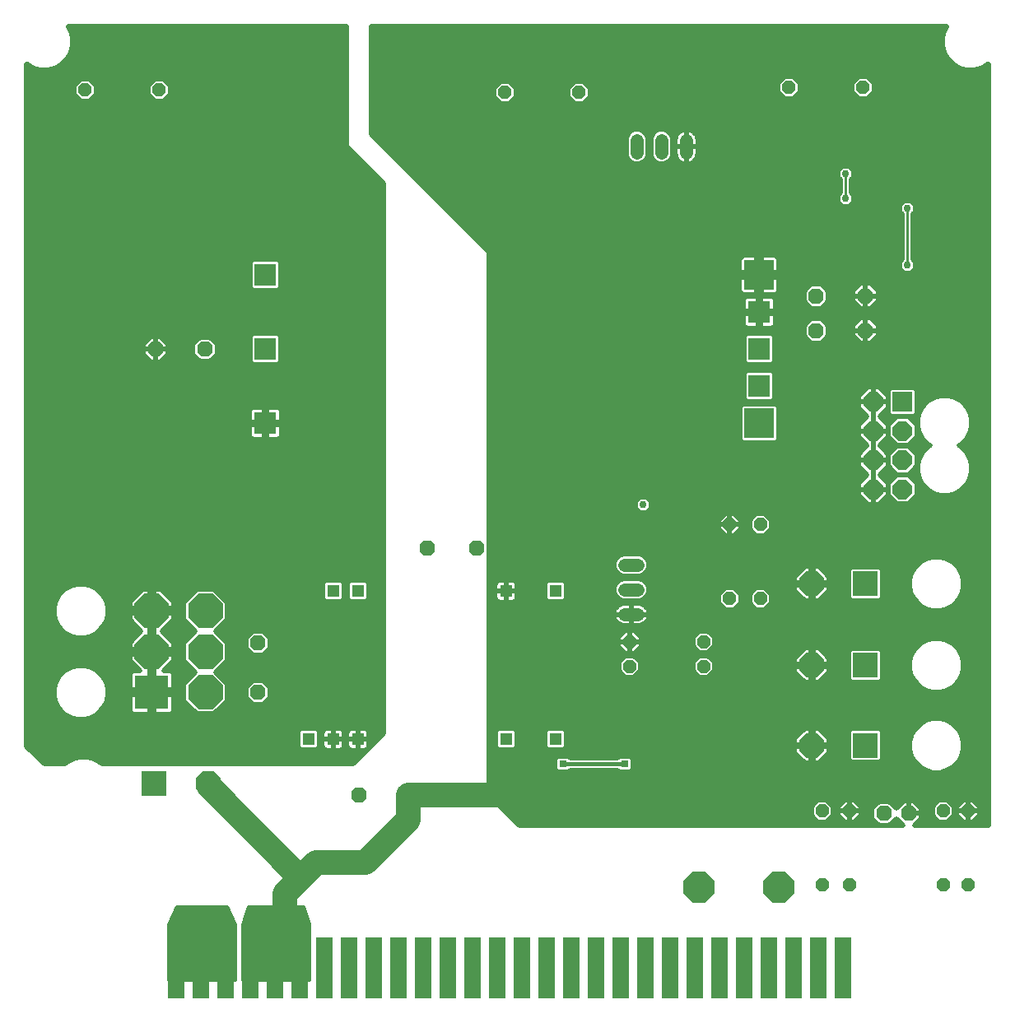
<source format=gbl>
G75*
%MOIN*%
%OFA0B0*%
%FSLAX25Y25*%
%IPPOS*%
%LPD*%
%AMOC8*
5,1,8,0,0,1.08239X$1,22.5*
%
%ADD10R,0.06500X0.25000*%
%ADD11OC8,0.13780*%
%ADD12R,0.13780X0.13780*%
%ADD13R,0.09000X0.09000*%
%ADD14R,0.12000X0.12000*%
%ADD15OC8,0.05200*%
%ADD16R,0.05000X0.05000*%
%ADD17OC8,0.10000*%
%ADD18R,0.10000X0.10000*%
%ADD19OC8,0.08000*%
%ADD20R,0.08000X0.08000*%
%ADD21C,0.05200*%
%ADD22OC8,0.06300*%
%ADD23OC8,0.12400*%
%ADD24C,0.02978*%
%ADD25C,0.01000*%
%ADD26C,0.04553*%
%ADD27C,0.02000*%
%ADD28C,0.10000*%
%ADD29R,0.02978X0.02978*%
%ADD30C,0.01600*%
D10*
X0067750Y0017500D03*
X0077750Y0017500D03*
X0087750Y0017500D03*
X0097750Y0017500D03*
X0107750Y0017500D03*
X0117750Y0017500D03*
X0127750Y0017500D03*
X0137750Y0017500D03*
X0147750Y0017500D03*
X0157750Y0017500D03*
X0167750Y0017500D03*
X0177750Y0017500D03*
X0187750Y0017500D03*
X0197750Y0017500D03*
X0207750Y0017500D03*
X0217750Y0017500D03*
X0227750Y0017500D03*
X0237750Y0017500D03*
X0247750Y0017500D03*
X0257750Y0017500D03*
X0267750Y0017500D03*
X0277750Y0017500D03*
X0287750Y0017500D03*
X0297750Y0017500D03*
X0307750Y0017500D03*
X0317750Y0017500D03*
X0327750Y0017500D03*
X0337750Y0017500D03*
D11*
X0079700Y0129002D03*
X0079700Y0145502D03*
X0079700Y0162002D03*
X0058000Y0162002D03*
X0058000Y0145502D03*
D12*
X0058000Y0129002D03*
D13*
X0104000Y0238000D03*
X0104000Y0268000D03*
X0104000Y0298000D03*
X0304000Y0283000D03*
X0304000Y0268000D03*
X0304000Y0253000D03*
D14*
X0304000Y0238000D03*
X0304000Y0298000D03*
D15*
X0316000Y0374000D03*
X0346000Y0374000D03*
X0231000Y0372000D03*
X0201000Y0372000D03*
X0061000Y0373000D03*
X0031000Y0373000D03*
X0251500Y0149500D03*
X0251500Y0139500D03*
X0281500Y0139500D03*
X0281500Y0149500D03*
X0292000Y0167000D03*
X0304500Y0167000D03*
X0304500Y0197000D03*
X0292000Y0197000D03*
X0329500Y0081000D03*
X0340500Y0081000D03*
X0340500Y0051000D03*
X0329500Y0051000D03*
X0378500Y0051000D03*
X0388500Y0051000D03*
X0388500Y0081000D03*
X0378500Y0081000D03*
D16*
X0221500Y0110000D03*
X0201500Y0110000D03*
X0201500Y0170000D03*
X0221500Y0170000D03*
X0141500Y0170000D03*
X0131500Y0170000D03*
X0131500Y0110000D03*
X0141500Y0110000D03*
X0121500Y0110000D03*
D17*
X0080700Y0092000D03*
X0325300Y0107500D03*
X0325300Y0140000D03*
X0325300Y0173000D03*
D18*
X0347000Y0173000D03*
X0347000Y0140000D03*
X0347000Y0107500D03*
X0059000Y0092000D03*
D19*
X0350189Y0211283D03*
X0362000Y0211283D03*
X0362000Y0223094D03*
X0350189Y0223094D03*
X0350189Y0234906D03*
X0350189Y0246717D03*
X0362000Y0234906D03*
D20*
X0362000Y0246717D03*
D21*
X0274500Y0347400D02*
X0274500Y0352600D01*
X0264500Y0352600D02*
X0264500Y0347400D01*
X0254500Y0347400D02*
X0254500Y0352600D01*
X0254800Y0180600D02*
X0249600Y0180600D01*
X0249600Y0170600D02*
X0254800Y0170600D01*
X0254800Y0160600D02*
X0249600Y0160600D01*
D22*
X0189500Y0187500D03*
X0169500Y0187500D03*
X0101000Y0149000D03*
X0101000Y0129000D03*
X0142000Y0087500D03*
X0162000Y0087500D03*
X0079500Y0268000D03*
X0059500Y0268000D03*
X0327000Y0275500D03*
X0327000Y0289500D03*
X0347000Y0289500D03*
X0347000Y0275500D03*
X0354500Y0080000D03*
X0364500Y0080000D03*
D23*
X0312000Y0050000D03*
X0279500Y0050000D03*
D24*
X0299500Y0082500D03*
X0277000Y0130000D03*
X0212000Y0087500D03*
X0257000Y0205000D03*
X0364000Y0302000D03*
X0364000Y0325000D03*
X0374500Y0342500D03*
X0339000Y0339000D03*
X0339000Y0329000D03*
X0322000Y0392500D03*
X0209500Y0392500D03*
X0109500Y0392500D03*
X0034500Y0392500D03*
D25*
X0064500Y0012500D02*
X0092000Y0012500D01*
X0092000Y0035000D01*
X0088500Y0042500D01*
X0068000Y0042500D01*
X0064500Y0035000D01*
X0064500Y0012500D01*
X0064500Y0012988D02*
X0092000Y0012988D01*
X0092000Y0013987D02*
X0064500Y0013987D01*
X0064500Y0014985D02*
X0092000Y0014985D01*
X0092000Y0015984D02*
X0064500Y0015984D01*
X0064500Y0016982D02*
X0092000Y0016982D01*
X0092000Y0017981D02*
X0064500Y0017981D01*
X0064500Y0018979D02*
X0092000Y0018979D01*
X0092000Y0019978D02*
X0064500Y0019978D01*
X0064500Y0020976D02*
X0092000Y0020976D01*
X0092000Y0021975D02*
X0064500Y0021975D01*
X0064500Y0022973D02*
X0092000Y0022973D01*
X0092000Y0023972D02*
X0064500Y0023972D01*
X0064500Y0024970D02*
X0092000Y0024970D01*
X0092000Y0025969D02*
X0064500Y0025969D01*
X0064500Y0026967D02*
X0092000Y0026967D01*
X0092000Y0027966D02*
X0064500Y0027966D01*
X0064500Y0028964D02*
X0092000Y0028964D01*
X0092000Y0029963D02*
X0064500Y0029963D01*
X0064500Y0030961D02*
X0092000Y0030961D01*
X0092000Y0031960D02*
X0064500Y0031960D01*
X0064500Y0032958D02*
X0092000Y0032958D01*
X0092000Y0033957D02*
X0064500Y0033957D01*
X0064500Y0034955D02*
X0092000Y0034955D01*
X0091555Y0035954D02*
X0064945Y0035954D01*
X0065411Y0036952D02*
X0091089Y0036952D01*
X0090623Y0037951D02*
X0065877Y0037951D01*
X0066343Y0038949D02*
X0090157Y0038949D01*
X0089691Y0039948D02*
X0066809Y0039948D01*
X0067275Y0040946D02*
X0089225Y0040946D01*
X0088759Y0041945D02*
X0067741Y0041945D01*
X0094500Y0035000D02*
X0094500Y0012500D01*
X0122000Y0012500D01*
X0122000Y0035000D01*
X0119500Y0042500D01*
X0097000Y0042500D01*
X0094500Y0035000D01*
X0094500Y0034955D02*
X0122000Y0034955D01*
X0122000Y0033957D02*
X0094500Y0033957D01*
X0094500Y0032958D02*
X0122000Y0032958D01*
X0122000Y0031960D02*
X0094500Y0031960D01*
X0094500Y0030961D02*
X0122000Y0030961D01*
X0122000Y0029963D02*
X0094500Y0029963D01*
X0094500Y0028964D02*
X0122000Y0028964D01*
X0122000Y0027966D02*
X0094500Y0027966D01*
X0094500Y0026967D02*
X0122000Y0026967D01*
X0122000Y0025969D02*
X0094500Y0025969D01*
X0094500Y0024970D02*
X0122000Y0024970D01*
X0122000Y0023972D02*
X0094500Y0023972D01*
X0094500Y0022973D02*
X0122000Y0022973D01*
X0122000Y0021975D02*
X0094500Y0021975D01*
X0094500Y0020976D02*
X0122000Y0020976D01*
X0122000Y0019978D02*
X0094500Y0019978D01*
X0094500Y0018979D02*
X0122000Y0018979D01*
X0122000Y0017981D02*
X0094500Y0017981D01*
X0094500Y0016982D02*
X0122000Y0016982D01*
X0122000Y0015984D02*
X0094500Y0015984D01*
X0094500Y0014985D02*
X0122000Y0014985D01*
X0122000Y0013987D02*
X0094500Y0013987D01*
X0094500Y0012988D02*
X0122000Y0012988D01*
X0121682Y0035954D02*
X0094818Y0035954D01*
X0095151Y0036952D02*
X0121349Y0036952D01*
X0121016Y0037951D02*
X0095484Y0037951D01*
X0095816Y0038949D02*
X0120684Y0038949D01*
X0120351Y0039948D02*
X0096149Y0039948D01*
X0096482Y0040946D02*
X0120018Y0040946D01*
X0119685Y0041945D02*
X0096815Y0041945D01*
X0364000Y0302000D02*
X0364000Y0325000D01*
X0339000Y0329000D02*
X0339000Y0339000D01*
D26*
X0108000Y0037000D03*
X0078000Y0037000D03*
D27*
X0037683Y0100000D02*
X0036956Y0100727D01*
X0034469Y0102162D01*
X0031696Y0102905D01*
X0028824Y0102905D01*
X0026050Y0102162D01*
X0023564Y0100727D01*
X0022837Y0100000D01*
X0014500Y0100000D01*
X0007300Y0107200D01*
X0007300Y0383543D01*
X0007485Y0383358D01*
X0010090Y0381854D01*
X0012996Y0381075D01*
X0016004Y0381075D01*
X0018910Y0381854D01*
X0021515Y0383358D01*
X0023642Y0385485D01*
X0025146Y0388090D01*
X0025925Y0390996D01*
X0025925Y0394004D01*
X0025146Y0396910D01*
X0024113Y0398700D01*
X0137000Y0398700D01*
X0137000Y0350000D01*
X0152000Y0335000D01*
X0152000Y0112500D01*
X0139500Y0100000D01*
X0037683Y0100000D01*
X0036606Y0100929D02*
X0140429Y0100929D01*
X0142427Y0102927D02*
X0011573Y0102927D01*
X0013571Y0100929D02*
X0023914Y0100929D01*
X0009574Y0104926D02*
X0144426Y0104926D01*
X0144263Y0105500D02*
X0144772Y0105636D01*
X0145228Y0105900D01*
X0145600Y0106272D01*
X0145864Y0106728D01*
X0146000Y0107237D01*
X0146000Y0110000D01*
X0146000Y0112763D01*
X0145864Y0113272D01*
X0145600Y0113728D01*
X0145228Y0114100D01*
X0144772Y0114364D01*
X0144263Y0114500D01*
X0141500Y0114500D01*
X0141500Y0110000D01*
X0141500Y0110000D01*
X0146000Y0110000D01*
X0141500Y0110000D01*
X0141500Y0110000D01*
X0141500Y0114500D01*
X0138737Y0114500D01*
X0138228Y0114364D01*
X0137772Y0114100D01*
X0137400Y0113728D01*
X0137136Y0113272D01*
X0137000Y0112763D01*
X0137000Y0110000D01*
X0141500Y0110000D01*
X0141500Y0105500D01*
X0144263Y0105500D01*
X0145916Y0106924D02*
X0146424Y0106924D01*
X0146000Y0108923D02*
X0148423Y0108923D01*
X0150421Y0110921D02*
X0146000Y0110921D01*
X0145958Y0112920D02*
X0152000Y0112920D01*
X0152000Y0114918D02*
X0007300Y0114918D01*
X0007300Y0112920D02*
X0117193Y0112920D01*
X0117193Y0113249D02*
X0117193Y0106751D01*
X0118251Y0105693D01*
X0124749Y0105693D01*
X0125807Y0106751D01*
X0125807Y0113249D01*
X0124749Y0114307D01*
X0118251Y0114307D01*
X0117193Y0113249D01*
X0117193Y0110921D02*
X0007300Y0110921D01*
X0007300Y0108923D02*
X0117193Y0108923D01*
X0117193Y0106924D02*
X0007576Y0106924D01*
X0007300Y0116917D02*
X0152000Y0116917D01*
X0152000Y0118915D02*
X0033600Y0118915D01*
X0033469Y0118840D02*
X0035956Y0120275D01*
X0037986Y0122306D01*
X0039422Y0124793D01*
X0040165Y0127566D01*
X0040165Y0130438D01*
X0039422Y0133211D01*
X0037986Y0135698D01*
X0035956Y0137729D01*
X0033469Y0139164D01*
X0030696Y0139907D01*
X0027824Y0139907D01*
X0025050Y0139164D01*
X0022564Y0137729D01*
X0020533Y0135698D01*
X0019098Y0133211D01*
X0018354Y0130438D01*
X0018354Y0127566D01*
X0019098Y0124793D01*
X0020533Y0122306D01*
X0022564Y0120275D01*
X0025050Y0118840D01*
X0027824Y0118096D01*
X0030696Y0118096D01*
X0033469Y0118840D01*
X0036594Y0120914D02*
X0049493Y0120914D01*
X0049510Y0120884D02*
X0049882Y0120512D01*
X0050338Y0120248D01*
X0050847Y0120112D01*
X0057031Y0120112D01*
X0057031Y0128033D01*
X0049110Y0128033D01*
X0049110Y0121849D01*
X0049247Y0121340D01*
X0049510Y0120884D01*
X0049110Y0122912D02*
X0038336Y0122912D01*
X0039454Y0124911D02*
X0049110Y0124911D01*
X0049110Y0126909D02*
X0039989Y0126909D01*
X0040165Y0128908D02*
X0057031Y0128908D01*
X0057031Y0128033D02*
X0057031Y0129970D01*
X0049110Y0129970D01*
X0049110Y0136155D01*
X0049247Y0136664D01*
X0049510Y0137120D01*
X0049882Y0137492D01*
X0050338Y0137755D01*
X0050847Y0137892D01*
X0053038Y0137892D01*
X0049110Y0141820D01*
X0049110Y0144533D01*
X0057031Y0144533D01*
X0057031Y0146470D01*
X0049110Y0146470D01*
X0049110Y0149184D01*
X0053678Y0153752D01*
X0049110Y0158320D01*
X0049110Y0161033D01*
X0057031Y0161033D01*
X0057031Y0162970D01*
X0049110Y0162970D01*
X0049110Y0165684D01*
X0054318Y0170892D01*
X0057031Y0170892D01*
X0057031Y0162971D01*
X0058969Y0162971D01*
X0058969Y0170892D01*
X0061682Y0170892D01*
X0066890Y0165684D01*
X0066890Y0162970D01*
X0058969Y0162970D01*
X0058969Y0161033D01*
X0066890Y0161033D01*
X0066890Y0158320D01*
X0062322Y0153752D01*
X0066890Y0149184D01*
X0066890Y0146470D01*
X0058969Y0146470D01*
X0058969Y0144533D01*
X0066890Y0144533D01*
X0066890Y0141820D01*
X0062962Y0137892D01*
X0065153Y0137892D01*
X0065662Y0137755D01*
X0066118Y0137492D01*
X0066490Y0137120D01*
X0066753Y0136664D01*
X0066890Y0136155D01*
X0066890Y0129970D01*
X0058969Y0129970D01*
X0058969Y0128033D01*
X0066890Y0128033D01*
X0066890Y0121849D01*
X0066753Y0121340D01*
X0066490Y0120884D01*
X0066118Y0120512D01*
X0065662Y0120248D01*
X0065153Y0120112D01*
X0058969Y0120112D01*
X0058969Y0128033D01*
X0057031Y0128033D01*
X0057031Y0126909D02*
X0058969Y0126909D01*
X0058969Y0124911D02*
X0057031Y0124911D01*
X0057031Y0122912D02*
X0058969Y0122912D01*
X0058969Y0120914D02*
X0057031Y0120914D01*
X0058969Y0128908D02*
X0071003Y0128908D01*
X0071003Y0130906D02*
X0066890Y0130906D01*
X0066890Y0132905D02*
X0071304Y0132905D01*
X0071003Y0132604D02*
X0071003Y0125400D01*
X0076098Y0120305D01*
X0083302Y0120305D01*
X0088397Y0125400D01*
X0088397Y0132604D01*
X0083749Y0137252D01*
X0088397Y0141900D01*
X0088397Y0149104D01*
X0083749Y0153752D01*
X0088397Y0158400D01*
X0088397Y0165604D01*
X0083302Y0170699D01*
X0076098Y0170699D01*
X0071003Y0165604D01*
X0071003Y0158400D01*
X0075651Y0153752D01*
X0071003Y0149104D01*
X0071003Y0141900D01*
X0075651Y0137252D01*
X0071003Y0132604D01*
X0073302Y0134903D02*
X0066890Y0134903D01*
X0066616Y0136902D02*
X0075301Y0136902D01*
X0074003Y0138900D02*
X0063970Y0138900D01*
X0065969Y0140899D02*
X0072004Y0140899D01*
X0071003Y0142897D02*
X0066890Y0142897D01*
X0066890Y0146894D02*
X0071003Y0146894D01*
X0071003Y0144896D02*
X0058969Y0144896D01*
X0058969Y0144533D02*
X0058969Y0129971D01*
X0057031Y0129971D01*
X0057031Y0137892D01*
X0057031Y0144533D01*
X0058969Y0144533D01*
X0058969Y0142897D02*
X0057031Y0142897D01*
X0057031Y0140899D02*
X0058969Y0140899D01*
X0058969Y0138900D02*
X0057031Y0138900D01*
X0057031Y0136902D02*
X0058969Y0136902D01*
X0058969Y0134903D02*
X0057031Y0134903D01*
X0057031Y0132905D02*
X0058969Y0132905D01*
X0058969Y0130906D02*
X0057031Y0130906D01*
X0049110Y0130906D02*
X0040040Y0130906D01*
X0039504Y0132905D02*
X0049110Y0132905D01*
X0049110Y0134903D02*
X0038445Y0134903D01*
X0036783Y0136902D02*
X0049384Y0136902D01*
X0052030Y0138900D02*
X0033927Y0138900D01*
X0024593Y0138900D02*
X0007300Y0138900D01*
X0007300Y0136902D02*
X0021737Y0136902D01*
X0020074Y0134903D02*
X0007300Y0134903D01*
X0007300Y0132905D02*
X0019015Y0132905D01*
X0018480Y0130906D02*
X0007300Y0130906D01*
X0007300Y0128908D02*
X0018354Y0128908D01*
X0018530Y0126909D02*
X0007300Y0126909D01*
X0007300Y0124911D02*
X0019066Y0124911D01*
X0020183Y0122912D02*
X0007300Y0122912D01*
X0007300Y0120914D02*
X0021925Y0120914D01*
X0024920Y0118915D02*
X0007300Y0118915D01*
X0007300Y0140899D02*
X0050031Y0140899D01*
X0049110Y0142897D02*
X0007300Y0142897D01*
X0007300Y0144896D02*
X0057031Y0144896D01*
X0057031Y0146471D02*
X0057031Y0154392D01*
X0057031Y0161033D01*
X0058969Y0161033D01*
X0058969Y0146471D01*
X0057031Y0146471D01*
X0057031Y0146894D02*
X0058969Y0146894D01*
X0058969Y0148893D02*
X0057031Y0148893D01*
X0057031Y0150891D02*
X0058969Y0150891D01*
X0058969Y0152890D02*
X0057031Y0152890D01*
X0057031Y0154888D02*
X0058969Y0154888D01*
X0058969Y0156887D02*
X0057031Y0156887D01*
X0057031Y0158885D02*
X0058969Y0158885D01*
X0058969Y0160884D02*
X0057031Y0160884D01*
X0057031Y0162882D02*
X0040165Y0162882D01*
X0040165Y0163438D02*
X0039422Y0166211D01*
X0037986Y0168698D01*
X0035956Y0170729D01*
X0033469Y0172164D01*
X0030696Y0172907D01*
X0027824Y0172907D01*
X0025050Y0172164D01*
X0022564Y0170729D01*
X0020533Y0168698D01*
X0019098Y0166211D01*
X0018354Y0163438D01*
X0018354Y0160566D01*
X0019098Y0157793D01*
X0020533Y0155306D01*
X0022564Y0153275D01*
X0025050Y0151840D01*
X0027824Y0151096D01*
X0030696Y0151096D01*
X0033469Y0151840D01*
X0035956Y0153275D01*
X0037986Y0155306D01*
X0039422Y0157793D01*
X0040165Y0160566D01*
X0040165Y0163438D01*
X0039779Y0164881D02*
X0049110Y0164881D01*
X0050305Y0166879D02*
X0039036Y0166879D01*
X0037807Y0168878D02*
X0052304Y0168878D01*
X0054302Y0170876D02*
X0035700Y0170876D01*
X0030817Y0172875D02*
X0127193Y0172875D01*
X0127193Y0173249D02*
X0127193Y0166751D01*
X0128251Y0165693D01*
X0134749Y0165693D01*
X0135807Y0166751D01*
X0135807Y0173249D01*
X0134749Y0174307D01*
X0128251Y0174307D01*
X0127193Y0173249D01*
X0127193Y0170876D02*
X0061698Y0170876D01*
X0058969Y0170876D02*
X0057031Y0170876D01*
X0057031Y0168878D02*
X0058969Y0168878D01*
X0058969Y0166879D02*
X0057031Y0166879D01*
X0057031Y0164881D02*
X0058969Y0164881D01*
X0058969Y0162882D02*
X0071003Y0162882D01*
X0071003Y0160884D02*
X0066890Y0160884D01*
X0066890Y0158885D02*
X0071003Y0158885D01*
X0072516Y0156887D02*
X0065457Y0156887D01*
X0063458Y0154888D02*
X0074514Y0154888D01*
X0074789Y0152890D02*
X0063184Y0152890D01*
X0065183Y0150891D02*
X0072790Y0150891D01*
X0071003Y0148893D02*
X0066890Y0148893D01*
X0052816Y0152890D02*
X0035288Y0152890D01*
X0037569Y0154888D02*
X0052542Y0154888D01*
X0050543Y0156887D02*
X0038899Y0156887D01*
X0039715Y0158885D02*
X0049110Y0158885D01*
X0049110Y0160884D02*
X0040165Y0160884D01*
X0050817Y0150891D02*
X0007300Y0150891D01*
X0007300Y0148893D02*
X0049110Y0148893D01*
X0049110Y0146894D02*
X0007300Y0146894D01*
X0007300Y0152890D02*
X0023231Y0152890D01*
X0020951Y0154888D02*
X0007300Y0154888D01*
X0007300Y0156887D02*
X0019620Y0156887D01*
X0018805Y0158885D02*
X0007300Y0158885D01*
X0007300Y0160884D02*
X0018354Y0160884D01*
X0018354Y0162882D02*
X0007300Y0162882D01*
X0007300Y0164881D02*
X0018741Y0164881D01*
X0019483Y0166879D02*
X0007300Y0166879D01*
X0007300Y0168878D02*
X0020713Y0168878D01*
X0022820Y0170876D02*
X0007300Y0170876D01*
X0007300Y0172875D02*
X0027703Y0172875D01*
X0007300Y0174873D02*
X0152000Y0174873D01*
X0152000Y0172875D02*
X0145807Y0172875D01*
X0145807Y0173249D02*
X0144749Y0174307D01*
X0138251Y0174307D01*
X0137193Y0173249D01*
X0137193Y0166751D01*
X0138251Y0165693D01*
X0144749Y0165693D01*
X0145807Y0166751D01*
X0145807Y0173249D01*
X0145807Y0170876D02*
X0152000Y0170876D01*
X0152000Y0168878D02*
X0145807Y0168878D01*
X0145807Y0166879D02*
X0152000Y0166879D01*
X0152000Y0164881D02*
X0088397Y0164881D01*
X0088397Y0162882D02*
X0152000Y0162882D01*
X0152000Y0160884D02*
X0088397Y0160884D01*
X0088397Y0158885D02*
X0152000Y0158885D01*
X0152000Y0156887D02*
X0086884Y0156887D01*
X0084886Y0154888D02*
X0152000Y0154888D01*
X0152000Y0152890D02*
X0104121Y0152890D01*
X0103053Y0153957D02*
X0098947Y0153957D01*
X0096043Y0151053D01*
X0096043Y0146947D01*
X0098947Y0144043D01*
X0103053Y0144043D01*
X0105957Y0146947D01*
X0105957Y0151053D01*
X0103053Y0153957D01*
X0105957Y0150891D02*
X0152000Y0150891D01*
X0152000Y0148893D02*
X0105957Y0148893D01*
X0105905Y0146894D02*
X0152000Y0146894D01*
X0152000Y0144896D02*
X0103906Y0144896D01*
X0098094Y0144896D02*
X0088397Y0144896D01*
X0088397Y0146894D02*
X0096095Y0146894D01*
X0096043Y0148893D02*
X0088397Y0148893D01*
X0086610Y0150891D02*
X0096043Y0150891D01*
X0097879Y0152890D02*
X0084611Y0152890D01*
X0088397Y0142897D02*
X0152000Y0142897D01*
X0152000Y0140899D02*
X0087396Y0140899D01*
X0085397Y0138900D02*
X0152000Y0138900D01*
X0152000Y0136902D02*
X0084099Y0136902D01*
X0086098Y0134903D02*
X0152000Y0134903D01*
X0152000Y0132905D02*
X0104106Y0132905D01*
X0103053Y0133957D02*
X0098947Y0133957D01*
X0096043Y0131053D01*
X0096043Y0126947D01*
X0098947Y0124043D01*
X0103053Y0124043D01*
X0105957Y0126947D01*
X0105957Y0131053D01*
X0103053Y0133957D01*
X0105957Y0130906D02*
X0152000Y0130906D01*
X0152000Y0128908D02*
X0105957Y0128908D01*
X0105920Y0126909D02*
X0152000Y0126909D01*
X0152000Y0124911D02*
X0103921Y0124911D01*
X0098079Y0124911D02*
X0087908Y0124911D01*
X0088397Y0126909D02*
X0096080Y0126909D01*
X0096043Y0128908D02*
X0088397Y0128908D01*
X0088397Y0130906D02*
X0096043Y0130906D01*
X0097894Y0132905D02*
X0088096Y0132905D01*
X0085909Y0122912D02*
X0152000Y0122912D01*
X0152000Y0120914D02*
X0083911Y0120914D01*
X0075489Y0120914D02*
X0066507Y0120914D01*
X0066890Y0122912D02*
X0073491Y0122912D01*
X0071492Y0124911D02*
X0066890Y0124911D01*
X0066890Y0126909D02*
X0071003Y0126909D01*
X0071003Y0164881D02*
X0066890Y0164881D01*
X0065695Y0166879D02*
X0072278Y0166879D01*
X0074277Y0168878D02*
X0063696Y0168878D01*
X0085123Y0168878D02*
X0127193Y0168878D01*
X0127193Y0166879D02*
X0087122Y0166879D01*
X0135807Y0166879D02*
X0137193Y0166879D01*
X0137193Y0168878D02*
X0135807Y0168878D01*
X0135807Y0170876D02*
X0137193Y0170876D01*
X0137193Y0172875D02*
X0135807Y0172875D01*
X0152000Y0176872D02*
X0007300Y0176872D01*
X0007300Y0178870D02*
X0152000Y0178870D01*
X0152000Y0180869D02*
X0007300Y0180869D01*
X0007300Y0182868D02*
X0152000Y0182868D01*
X0152000Y0184866D02*
X0007300Y0184866D01*
X0007300Y0186865D02*
X0152000Y0186865D01*
X0152000Y0188863D02*
X0007300Y0188863D01*
X0007300Y0190862D02*
X0152000Y0190862D01*
X0152000Y0192860D02*
X0007300Y0192860D01*
X0007300Y0194859D02*
X0152000Y0194859D01*
X0152000Y0196857D02*
X0007300Y0196857D01*
X0007300Y0198856D02*
X0152000Y0198856D01*
X0152000Y0200854D02*
X0007300Y0200854D01*
X0007300Y0202853D02*
X0152000Y0202853D01*
X0152000Y0204851D02*
X0007300Y0204851D01*
X0007300Y0206850D02*
X0152000Y0206850D01*
X0152000Y0208848D02*
X0007300Y0208848D01*
X0007300Y0210847D02*
X0152000Y0210847D01*
X0152000Y0212845D02*
X0007300Y0212845D01*
X0007300Y0214844D02*
X0152000Y0214844D01*
X0152000Y0216842D02*
X0007300Y0216842D01*
X0007300Y0218841D02*
X0152000Y0218841D01*
X0152000Y0220839D02*
X0007300Y0220839D01*
X0007300Y0222838D02*
X0152000Y0222838D01*
X0152000Y0224836D02*
X0007300Y0224836D01*
X0007300Y0226835D02*
X0152000Y0226835D01*
X0152000Y0228833D02*
X0007300Y0228833D01*
X0007300Y0230832D02*
X0152000Y0230832D01*
X0152000Y0232830D02*
X0110391Y0232830D01*
X0110364Y0232728D02*
X0110500Y0233237D01*
X0110500Y0237500D01*
X0104500Y0237500D01*
X0104500Y0238500D01*
X0110500Y0238500D01*
X0110500Y0242763D01*
X0110364Y0243272D01*
X0110100Y0243728D01*
X0109728Y0244100D01*
X0109272Y0244364D01*
X0108763Y0244500D01*
X0104500Y0244500D01*
X0104500Y0238500D01*
X0103500Y0238500D01*
X0103500Y0244500D01*
X0099237Y0244500D01*
X0098728Y0244364D01*
X0098272Y0244100D01*
X0097900Y0243728D01*
X0097636Y0243272D01*
X0097500Y0242763D01*
X0097500Y0238500D01*
X0103500Y0238500D01*
X0103500Y0237500D01*
X0104500Y0237500D01*
X0104500Y0231500D01*
X0108763Y0231500D01*
X0109272Y0231636D01*
X0109728Y0231900D01*
X0110100Y0232272D01*
X0110364Y0232728D01*
X0110500Y0234829D02*
X0152000Y0234829D01*
X0152000Y0236827D02*
X0110500Y0236827D01*
X0110500Y0238826D02*
X0152000Y0238826D01*
X0152000Y0240824D02*
X0110500Y0240824D01*
X0110484Y0242823D02*
X0152000Y0242823D01*
X0152000Y0244821D02*
X0007300Y0244821D01*
X0007300Y0242823D02*
X0097516Y0242823D01*
X0097500Y0240824D02*
X0007300Y0240824D01*
X0007300Y0238826D02*
X0097500Y0238826D01*
X0097500Y0237500D02*
X0097500Y0233237D01*
X0097636Y0232728D01*
X0097900Y0232272D01*
X0098272Y0231900D01*
X0098728Y0231636D01*
X0099237Y0231500D01*
X0103500Y0231500D01*
X0103500Y0237500D01*
X0097500Y0237500D01*
X0097500Y0236827D02*
X0007300Y0236827D01*
X0007300Y0234829D02*
X0097500Y0234829D01*
X0097609Y0232830D02*
X0007300Y0232830D01*
X0007300Y0246820D02*
X0152000Y0246820D01*
X0152000Y0248818D02*
X0007300Y0248818D01*
X0007300Y0250817D02*
X0152000Y0250817D01*
X0152000Y0252815D02*
X0007300Y0252815D01*
X0007300Y0254814D02*
X0152000Y0254814D01*
X0152000Y0256812D02*
X0007300Y0256812D01*
X0007300Y0258811D02*
X0152000Y0258811D01*
X0152000Y0260809D02*
X0007300Y0260809D01*
X0007300Y0262808D02*
X0097693Y0262808D01*
X0097693Y0262751D02*
X0098751Y0261693D01*
X0109249Y0261693D01*
X0110307Y0262751D01*
X0110307Y0273249D01*
X0109249Y0274307D01*
X0098751Y0274307D01*
X0097693Y0273249D01*
X0097693Y0262751D01*
X0097693Y0264806D02*
X0083317Y0264806D01*
X0084457Y0265947D02*
X0081553Y0263043D01*
X0077447Y0263043D01*
X0074543Y0265947D01*
X0074543Y0270053D01*
X0077447Y0272957D01*
X0081553Y0272957D01*
X0084457Y0270053D01*
X0084457Y0265947D01*
X0084457Y0266805D02*
X0097693Y0266805D01*
X0097693Y0268803D02*
X0084457Y0268803D01*
X0083708Y0270802D02*
X0097693Y0270802D01*
X0097693Y0272801D02*
X0081710Y0272801D01*
X0077290Y0272801D02*
X0061983Y0272801D01*
X0061633Y0273150D02*
X0059500Y0273150D01*
X0059500Y0268000D01*
X0064650Y0268000D01*
X0064650Y0270133D01*
X0061633Y0273150D01*
X0059500Y0273150D02*
X0057367Y0273150D01*
X0054350Y0270133D01*
X0054350Y0268000D01*
X0059500Y0268000D01*
X0059500Y0268000D01*
X0059500Y0268000D01*
X0064650Y0268000D01*
X0064650Y0265867D01*
X0061633Y0262850D01*
X0059500Y0262850D01*
X0059500Y0268000D01*
X0059500Y0268000D01*
X0059500Y0268000D01*
X0059500Y0273150D01*
X0059500Y0272801D02*
X0059500Y0272801D01*
X0059500Y0270802D02*
X0059500Y0270802D01*
X0059500Y0268803D02*
X0059500Y0268803D01*
X0059500Y0268000D02*
X0054350Y0268000D01*
X0054350Y0265867D01*
X0057367Y0262850D01*
X0059500Y0262850D01*
X0059500Y0268000D01*
X0059500Y0266805D02*
X0059500Y0266805D01*
X0059500Y0264806D02*
X0059500Y0264806D01*
X0063590Y0264806D02*
X0075683Y0264806D01*
X0074543Y0266805D02*
X0064650Y0266805D01*
X0064650Y0268803D02*
X0074543Y0268803D01*
X0075292Y0270802D02*
X0063981Y0270802D01*
X0057017Y0272801D02*
X0007300Y0272801D01*
X0007300Y0274799D02*
X0152000Y0274799D01*
X0152000Y0272801D02*
X0110307Y0272801D01*
X0110307Y0270802D02*
X0152000Y0270802D01*
X0152000Y0268803D02*
X0110307Y0268803D01*
X0110307Y0266805D02*
X0152000Y0266805D01*
X0152000Y0264806D02*
X0110307Y0264806D01*
X0110307Y0262808D02*
X0152000Y0262808D01*
X0152000Y0276798D02*
X0007300Y0276798D01*
X0007300Y0278796D02*
X0152000Y0278796D01*
X0152000Y0280795D02*
X0007300Y0280795D01*
X0007300Y0282793D02*
X0152000Y0282793D01*
X0152000Y0284792D02*
X0007300Y0284792D01*
X0007300Y0286790D02*
X0152000Y0286790D01*
X0152000Y0288789D02*
X0007300Y0288789D01*
X0007300Y0290787D02*
X0152000Y0290787D01*
X0152000Y0292786D02*
X0110307Y0292786D01*
X0110307Y0292751D02*
X0109249Y0291693D01*
X0098751Y0291693D01*
X0097693Y0292751D01*
X0097693Y0303249D01*
X0098751Y0304307D01*
X0109249Y0304307D01*
X0110307Y0303249D01*
X0110307Y0292751D01*
X0110307Y0294784D02*
X0152000Y0294784D01*
X0152000Y0296783D02*
X0110307Y0296783D01*
X0110307Y0298781D02*
X0152000Y0298781D01*
X0152000Y0300780D02*
X0110307Y0300780D01*
X0110307Y0302778D02*
X0152000Y0302778D01*
X0152000Y0304777D02*
X0007300Y0304777D01*
X0007300Y0306775D02*
X0152000Y0306775D01*
X0152000Y0308774D02*
X0007300Y0308774D01*
X0007300Y0310772D02*
X0152000Y0310772D01*
X0152000Y0312771D02*
X0007300Y0312771D01*
X0007300Y0314769D02*
X0152000Y0314769D01*
X0152000Y0316768D02*
X0007300Y0316768D01*
X0007300Y0318766D02*
X0152000Y0318766D01*
X0152000Y0320765D02*
X0007300Y0320765D01*
X0007300Y0322763D02*
X0152000Y0322763D01*
X0152000Y0324762D02*
X0007300Y0324762D01*
X0007300Y0326760D02*
X0152000Y0326760D01*
X0152000Y0328759D02*
X0007300Y0328759D01*
X0007300Y0330757D02*
X0152000Y0330757D01*
X0152000Y0332756D02*
X0007300Y0332756D01*
X0007300Y0334754D02*
X0152000Y0334754D01*
X0150247Y0336753D02*
X0007300Y0336753D01*
X0007300Y0338751D02*
X0148249Y0338751D01*
X0146250Y0340750D02*
X0007300Y0340750D01*
X0007300Y0342748D02*
X0144252Y0342748D01*
X0142253Y0344747D02*
X0007300Y0344747D01*
X0007300Y0346745D02*
X0140255Y0346745D01*
X0138256Y0348744D02*
X0007300Y0348744D01*
X0007300Y0350742D02*
X0137000Y0350742D01*
X0137000Y0352741D02*
X0007300Y0352741D01*
X0007300Y0354739D02*
X0137000Y0354739D01*
X0137000Y0356738D02*
X0007300Y0356738D01*
X0007300Y0358737D02*
X0137000Y0358737D01*
X0137000Y0360735D02*
X0007300Y0360735D01*
X0007300Y0362734D02*
X0137000Y0362734D01*
X0137000Y0364732D02*
X0007300Y0364732D01*
X0007300Y0366731D02*
X0137000Y0366731D01*
X0137000Y0368729D02*
X0062962Y0368729D01*
X0062825Y0368593D02*
X0065407Y0371175D01*
X0065407Y0374825D01*
X0062825Y0377407D01*
X0059175Y0377407D01*
X0056593Y0374825D01*
X0056593Y0371175D01*
X0059175Y0368593D01*
X0062825Y0368593D01*
X0064960Y0370728D02*
X0137000Y0370728D01*
X0137000Y0372726D02*
X0065407Y0372726D01*
X0065407Y0374725D02*
X0137000Y0374725D01*
X0137000Y0376723D02*
X0063509Y0376723D01*
X0058491Y0376723D02*
X0033509Y0376723D01*
X0032825Y0377407D02*
X0029175Y0377407D01*
X0026593Y0374825D01*
X0026593Y0371175D01*
X0029175Y0368593D01*
X0032825Y0368593D01*
X0035407Y0371175D01*
X0035407Y0374825D01*
X0032825Y0377407D01*
X0035407Y0374725D02*
X0056593Y0374725D01*
X0056593Y0372726D02*
X0035407Y0372726D01*
X0034960Y0370728D02*
X0057040Y0370728D01*
X0059038Y0368729D02*
X0032962Y0368729D01*
X0029038Y0368729D02*
X0007300Y0368729D01*
X0007300Y0370728D02*
X0027040Y0370728D01*
X0026593Y0372726D02*
X0007300Y0372726D01*
X0007300Y0374725D02*
X0026593Y0374725D01*
X0028491Y0376723D02*
X0007300Y0376723D01*
X0007300Y0378722D02*
X0137000Y0378722D01*
X0137000Y0380720D02*
X0007300Y0380720D01*
X0007300Y0382719D02*
X0008592Y0382719D01*
X0020408Y0382719D02*
X0137000Y0382719D01*
X0137000Y0384717D02*
X0022875Y0384717D01*
X0024353Y0386716D02*
X0137000Y0386716D01*
X0137000Y0388714D02*
X0025314Y0388714D01*
X0025849Y0390713D02*
X0137000Y0390713D01*
X0137000Y0392711D02*
X0025925Y0392711D01*
X0025736Y0394710D02*
X0137000Y0394710D01*
X0137000Y0396708D02*
X0025200Y0396708D01*
X0007300Y0302778D02*
X0097693Y0302778D01*
X0097693Y0300780D02*
X0007300Y0300780D01*
X0007300Y0298781D02*
X0097693Y0298781D01*
X0097693Y0296783D02*
X0007300Y0296783D01*
X0007300Y0294784D02*
X0097693Y0294784D01*
X0097693Y0292786D02*
X0007300Y0292786D01*
X0007300Y0270802D02*
X0055019Y0270802D01*
X0054350Y0268803D02*
X0007300Y0268803D01*
X0007300Y0266805D02*
X0054350Y0266805D01*
X0055410Y0264806D02*
X0007300Y0264806D01*
X0103500Y0242823D02*
X0104500Y0242823D01*
X0104500Y0240824D02*
X0103500Y0240824D01*
X0103500Y0238826D02*
X0104500Y0238826D01*
X0104500Y0236827D02*
X0103500Y0236827D01*
X0103500Y0234829D02*
X0104500Y0234829D01*
X0104500Y0232830D02*
X0103500Y0232830D01*
X0185232Y0316768D02*
X0361693Y0316768D01*
X0361693Y0318766D02*
X0183234Y0318766D01*
X0181235Y0320765D02*
X0361693Y0320765D01*
X0361693Y0322646D02*
X0361693Y0304354D01*
X0361206Y0303867D01*
X0360704Y0302656D01*
X0360704Y0301344D01*
X0361206Y0300133D01*
X0362133Y0299206D01*
X0363344Y0298704D01*
X0364656Y0298704D01*
X0365867Y0299206D01*
X0366794Y0300133D01*
X0367296Y0301344D01*
X0367296Y0302656D01*
X0366794Y0303867D01*
X0366307Y0304354D01*
X0366307Y0322646D01*
X0366794Y0323133D01*
X0367296Y0324344D01*
X0367296Y0325656D01*
X0366794Y0326867D01*
X0365867Y0327794D01*
X0364656Y0328296D01*
X0363344Y0328296D01*
X0362133Y0327794D01*
X0361206Y0326867D01*
X0360704Y0325656D01*
X0360704Y0324344D01*
X0361206Y0323133D01*
X0361693Y0322646D01*
X0361575Y0322763D02*
X0179237Y0322763D01*
X0177238Y0324762D02*
X0360704Y0324762D01*
X0361162Y0326760D02*
X0341422Y0326760D01*
X0341794Y0327133D02*
X0342296Y0328344D01*
X0342296Y0329656D01*
X0341794Y0330867D01*
X0341307Y0331354D01*
X0341307Y0336646D01*
X0341794Y0337133D01*
X0342296Y0338344D01*
X0342296Y0339656D01*
X0341794Y0340867D01*
X0340867Y0341794D01*
X0339656Y0342296D01*
X0338344Y0342296D01*
X0337133Y0341794D01*
X0336206Y0340867D01*
X0335704Y0339656D01*
X0335704Y0338344D01*
X0336206Y0337133D01*
X0336693Y0336646D01*
X0336693Y0331354D01*
X0336206Y0330867D01*
X0335704Y0329656D01*
X0335704Y0328344D01*
X0336206Y0327133D01*
X0337133Y0326206D01*
X0338344Y0325704D01*
X0339656Y0325704D01*
X0340867Y0326206D01*
X0341794Y0327133D01*
X0342296Y0328759D02*
X0396700Y0328759D01*
X0396700Y0330757D02*
X0341840Y0330757D01*
X0341307Y0332756D02*
X0396700Y0332756D01*
X0396700Y0334754D02*
X0341307Y0334754D01*
X0341414Y0336753D02*
X0396700Y0336753D01*
X0396700Y0338751D02*
X0342296Y0338751D01*
X0341843Y0340750D02*
X0396700Y0340750D01*
X0396700Y0342748D02*
X0159252Y0342748D01*
X0161250Y0340750D02*
X0336157Y0340750D01*
X0335704Y0338751D02*
X0163249Y0338751D01*
X0165247Y0336753D02*
X0336586Y0336753D01*
X0336693Y0334754D02*
X0167246Y0334754D01*
X0169244Y0332756D02*
X0336693Y0332756D01*
X0336160Y0330757D02*
X0171243Y0330757D01*
X0173241Y0328759D02*
X0335704Y0328759D01*
X0336578Y0326760D02*
X0175240Y0326760D01*
X0187231Y0314769D02*
X0361693Y0314769D01*
X0361693Y0312771D02*
X0189229Y0312771D01*
X0191228Y0310772D02*
X0361693Y0310772D01*
X0361693Y0308774D02*
X0193226Y0308774D01*
X0194500Y0307500D02*
X0147000Y0355000D01*
X0147000Y0398700D01*
X0379887Y0398700D01*
X0378854Y0396910D01*
X0378075Y0394004D01*
X0378075Y0390996D01*
X0378854Y0388090D01*
X0380358Y0385485D01*
X0382485Y0383358D01*
X0385090Y0381854D01*
X0387996Y0381075D01*
X0391004Y0381075D01*
X0393910Y0381854D01*
X0396515Y0383358D01*
X0396700Y0383543D01*
X0396700Y0075000D01*
X0366783Y0075000D01*
X0369650Y0077867D01*
X0369650Y0080000D01*
X0369650Y0082133D01*
X0366633Y0085150D01*
X0364500Y0085150D01*
X0364500Y0080000D01*
X0369650Y0080000D01*
X0364500Y0080000D01*
X0364500Y0080000D01*
X0364500Y0080000D01*
X0364500Y0085150D01*
X0362367Y0085150D01*
X0359364Y0082147D01*
X0356553Y0084957D01*
X0352447Y0084957D01*
X0349543Y0082053D01*
X0349543Y0077947D01*
X0352447Y0075043D01*
X0356553Y0075043D01*
X0359364Y0077853D01*
X0362217Y0075000D01*
X0207000Y0075000D01*
X0194500Y0087500D01*
X0194500Y0307500D01*
X0194500Y0306775D02*
X0361693Y0306775D01*
X0361693Y0304777D02*
X0311861Y0304777D01*
X0311864Y0304772D02*
X0311600Y0305228D01*
X0311228Y0305600D01*
X0310772Y0305864D01*
X0310263Y0306000D01*
X0305000Y0306000D01*
X0305000Y0299000D01*
X0312000Y0299000D01*
X0312000Y0304263D01*
X0311864Y0304772D01*
X0312000Y0302778D02*
X0360755Y0302778D01*
X0360938Y0300780D02*
X0312000Y0300780D01*
X0312000Y0297000D02*
X0305000Y0297000D01*
X0305000Y0299000D01*
X0303000Y0299000D01*
X0303000Y0306000D01*
X0297737Y0306000D01*
X0297228Y0305864D01*
X0296772Y0305600D01*
X0296400Y0305228D01*
X0296136Y0304772D01*
X0296000Y0304263D01*
X0296000Y0299000D01*
X0303000Y0299000D01*
X0303000Y0297000D01*
X0305000Y0297000D01*
X0305000Y0290000D01*
X0310263Y0290000D01*
X0310772Y0290136D01*
X0311228Y0290400D01*
X0311600Y0290772D01*
X0311864Y0291228D01*
X0312000Y0291737D01*
X0312000Y0297000D01*
X0312000Y0296783D02*
X0396700Y0296783D01*
X0396700Y0298781D02*
X0364842Y0298781D01*
X0363158Y0298781D02*
X0305000Y0298781D01*
X0305000Y0296783D02*
X0303000Y0296783D01*
X0303000Y0297000D02*
X0303000Y0290000D01*
X0297737Y0290000D01*
X0297228Y0290136D01*
X0296772Y0290400D01*
X0296400Y0290772D01*
X0296136Y0291228D01*
X0296000Y0291737D01*
X0296000Y0297000D01*
X0303000Y0297000D01*
X0303000Y0298781D02*
X0194500Y0298781D01*
X0194500Y0296783D02*
X0296000Y0296783D01*
X0296000Y0294784D02*
X0194500Y0294784D01*
X0194500Y0292786D02*
X0296000Y0292786D01*
X0296391Y0290787D02*
X0194500Y0290787D01*
X0194500Y0288789D02*
X0297960Y0288789D01*
X0297900Y0288728D02*
X0297636Y0288272D01*
X0297500Y0287763D01*
X0297500Y0283500D01*
X0303500Y0283500D01*
X0303500Y0289500D01*
X0299237Y0289500D01*
X0298728Y0289364D01*
X0298272Y0289100D01*
X0297900Y0288728D01*
X0297500Y0286790D02*
X0194500Y0286790D01*
X0194500Y0284792D02*
X0297500Y0284792D01*
X0297500Y0282500D02*
X0297500Y0278237D01*
X0297636Y0277728D01*
X0297900Y0277272D01*
X0298272Y0276900D01*
X0298728Y0276636D01*
X0299237Y0276500D01*
X0303500Y0276500D01*
X0303500Y0282500D01*
X0304500Y0282500D01*
X0304500Y0283500D01*
X0310500Y0283500D01*
X0310500Y0287763D01*
X0310364Y0288272D01*
X0310100Y0288728D01*
X0309728Y0289100D01*
X0309272Y0289364D01*
X0308763Y0289500D01*
X0304500Y0289500D01*
X0304500Y0283500D01*
X0303500Y0283500D01*
X0303500Y0282500D01*
X0297500Y0282500D01*
X0297500Y0280795D02*
X0194500Y0280795D01*
X0194500Y0282793D02*
X0303500Y0282793D01*
X0304500Y0282793D02*
X0396700Y0282793D01*
X0396700Y0280795D02*
X0310500Y0280795D01*
X0310500Y0282500D02*
X0310500Y0278237D01*
X0310364Y0277728D01*
X0310100Y0277272D01*
X0309728Y0276900D01*
X0309272Y0276636D01*
X0308763Y0276500D01*
X0304500Y0276500D01*
X0304500Y0282500D01*
X0310500Y0282500D01*
X0310500Y0284792D02*
X0324698Y0284792D01*
X0324947Y0284543D02*
X0329053Y0284543D01*
X0331957Y0287447D01*
X0331957Y0291553D01*
X0329053Y0294457D01*
X0324947Y0294457D01*
X0322043Y0291553D01*
X0322043Y0287447D01*
X0324947Y0284543D01*
X0322700Y0286790D02*
X0310500Y0286790D01*
X0310040Y0288789D02*
X0322043Y0288789D01*
X0322043Y0290787D02*
X0311609Y0290787D01*
X0312000Y0292786D02*
X0323275Y0292786D01*
X0330725Y0292786D02*
X0343002Y0292786D01*
X0341850Y0291633D02*
X0341850Y0289500D01*
X0347000Y0289500D01*
X0352150Y0289500D01*
X0352150Y0291633D01*
X0349133Y0294650D01*
X0347000Y0294650D01*
X0347000Y0289500D01*
X0347000Y0289500D01*
X0347000Y0289500D01*
X0352150Y0289500D01*
X0352150Y0287367D01*
X0349133Y0284350D01*
X0347000Y0284350D01*
X0347000Y0289500D01*
X0347000Y0289500D01*
X0347000Y0289500D01*
X0347000Y0294650D01*
X0344867Y0294650D01*
X0341850Y0291633D01*
X0341850Y0290787D02*
X0331957Y0290787D01*
X0331957Y0288789D02*
X0341850Y0288789D01*
X0341850Y0289500D02*
X0341850Y0287367D01*
X0344867Y0284350D01*
X0347000Y0284350D01*
X0347000Y0289500D01*
X0341850Y0289500D01*
X0342427Y0286790D02*
X0331300Y0286790D01*
X0329302Y0284792D02*
X0344425Y0284792D01*
X0347000Y0284792D02*
X0347000Y0284792D01*
X0347000Y0286790D02*
X0347000Y0286790D01*
X0347000Y0288789D02*
X0347000Y0288789D01*
X0347000Y0290787D02*
X0347000Y0290787D01*
X0347000Y0292786D02*
X0347000Y0292786D01*
X0350998Y0292786D02*
X0396700Y0292786D01*
X0396700Y0294784D02*
X0312000Y0294784D01*
X0305000Y0294784D02*
X0303000Y0294784D01*
X0303000Y0292786D02*
X0305000Y0292786D01*
X0305000Y0290787D02*
X0303000Y0290787D01*
X0303500Y0288789D02*
X0304500Y0288789D01*
X0304500Y0286790D02*
X0303500Y0286790D01*
X0303500Y0284792D02*
X0304500Y0284792D01*
X0304500Y0280795D02*
X0303500Y0280795D01*
X0303500Y0278796D02*
X0304500Y0278796D01*
X0304500Y0276798D02*
X0303500Y0276798D01*
X0298449Y0276798D02*
X0194500Y0276798D01*
X0194500Y0278796D02*
X0297500Y0278796D01*
X0298751Y0274307D02*
X0297693Y0273249D01*
X0297693Y0262751D01*
X0298751Y0261693D01*
X0309249Y0261693D01*
X0310307Y0262751D01*
X0310307Y0273249D01*
X0309249Y0274307D01*
X0298751Y0274307D01*
X0297693Y0272801D02*
X0194500Y0272801D01*
X0194500Y0274799D02*
X0322043Y0274799D01*
X0322043Y0273447D02*
X0324947Y0270543D01*
X0329053Y0270543D01*
X0331957Y0273447D01*
X0331957Y0277553D01*
X0329053Y0280457D01*
X0324947Y0280457D01*
X0322043Y0277553D01*
X0322043Y0273447D01*
X0322689Y0272801D02*
X0310307Y0272801D01*
X0310307Y0270802D02*
X0324688Y0270802D01*
X0329312Y0270802D02*
X0344415Y0270802D01*
X0344867Y0270350D02*
X0341850Y0273367D01*
X0341850Y0275500D01*
X0347000Y0275500D01*
X0352150Y0275500D01*
X0352150Y0277633D01*
X0349133Y0280650D01*
X0347000Y0280650D01*
X0347000Y0275500D01*
X0347000Y0275500D01*
X0347000Y0275500D01*
X0352150Y0275500D01*
X0352150Y0273367D01*
X0349133Y0270350D01*
X0347000Y0270350D01*
X0347000Y0275500D01*
X0347000Y0275500D01*
X0347000Y0275500D01*
X0347000Y0280650D01*
X0344867Y0280650D01*
X0341850Y0277633D01*
X0341850Y0275500D01*
X0347000Y0275500D01*
X0347000Y0270350D01*
X0344867Y0270350D01*
X0347000Y0270802D02*
X0347000Y0270802D01*
X0347000Y0272801D02*
X0347000Y0272801D01*
X0347000Y0274799D02*
X0347000Y0274799D01*
X0347000Y0276798D02*
X0347000Y0276798D01*
X0347000Y0278796D02*
X0347000Y0278796D01*
X0350987Y0278796D02*
X0396700Y0278796D01*
X0396700Y0276798D02*
X0352150Y0276798D01*
X0352150Y0274799D02*
X0396700Y0274799D01*
X0396700Y0272801D02*
X0351584Y0272801D01*
X0349585Y0270802D02*
X0396700Y0270802D01*
X0396700Y0268803D02*
X0310307Y0268803D01*
X0310307Y0266805D02*
X0396700Y0266805D01*
X0396700Y0264806D02*
X0310307Y0264806D01*
X0310307Y0262808D02*
X0396700Y0262808D01*
X0396700Y0260809D02*
X0194500Y0260809D01*
X0194500Y0258811D02*
X0298255Y0258811D01*
X0298751Y0259307D02*
X0297693Y0258249D01*
X0297693Y0247751D01*
X0298751Y0246693D01*
X0309249Y0246693D01*
X0310307Y0247751D01*
X0310307Y0258249D01*
X0309249Y0259307D01*
X0298751Y0259307D01*
X0297693Y0256812D02*
X0194500Y0256812D01*
X0194500Y0254814D02*
X0297693Y0254814D01*
X0297693Y0252815D02*
X0194500Y0252815D01*
X0194500Y0250817D02*
X0297693Y0250817D01*
X0297693Y0248818D02*
X0194500Y0248818D01*
X0194500Y0246820D02*
X0298625Y0246820D01*
X0297251Y0245807D02*
X0296193Y0244749D01*
X0296193Y0231251D01*
X0297251Y0230193D01*
X0310749Y0230193D01*
X0311807Y0231251D01*
X0311807Y0244749D01*
X0310749Y0245807D01*
X0297251Y0245807D01*
X0296266Y0244821D02*
X0194500Y0244821D01*
X0194500Y0242823D02*
X0296193Y0242823D01*
X0296193Y0240824D02*
X0194500Y0240824D01*
X0194500Y0238826D02*
X0296193Y0238826D01*
X0296193Y0236827D02*
X0194500Y0236827D01*
X0194500Y0234829D02*
X0296193Y0234829D01*
X0296193Y0232830D02*
X0194500Y0232830D01*
X0194500Y0230832D02*
X0296613Y0230832D01*
X0311387Y0230832D02*
X0345777Y0230832D01*
X0344189Y0232420D02*
X0347609Y0229000D01*
X0344189Y0225580D01*
X0344189Y0223095D01*
X0350189Y0223095D01*
X0350189Y0234905D01*
X0350189Y0228906D01*
X0350189Y0223095D01*
X0350189Y0223095D01*
X0356189Y0223095D01*
X0356189Y0225580D01*
X0352769Y0229000D01*
X0356189Y0232420D01*
X0356189Y0234905D01*
X0350189Y0234905D01*
X0350189Y0234905D01*
X0350189Y0234906D01*
X0350189Y0234906D01*
X0350189Y0240717D01*
X0350189Y0246716D01*
X0350189Y0246716D01*
X0350189Y0234906D01*
X0356189Y0234906D01*
X0356189Y0237391D01*
X0352769Y0240811D01*
X0356189Y0244231D01*
X0356189Y0246716D01*
X0350189Y0246716D01*
X0350189Y0246717D01*
X0350189Y0246717D01*
X0350189Y0252717D01*
X0352674Y0252717D01*
X0356189Y0249202D01*
X0356189Y0246717D01*
X0350189Y0246717D01*
X0350189Y0252717D01*
X0347704Y0252717D01*
X0344189Y0249202D01*
X0344189Y0246717D01*
X0350189Y0246717D01*
X0350189Y0246716D01*
X0344189Y0246716D01*
X0344189Y0244231D01*
X0347609Y0240811D01*
X0344189Y0237391D01*
X0344189Y0234906D01*
X0350189Y0234906D01*
X0350189Y0234905D01*
X0344189Y0234905D01*
X0344189Y0232420D01*
X0344189Y0232830D02*
X0311807Y0232830D01*
X0311807Y0234829D02*
X0344189Y0234829D01*
X0344189Y0236827D02*
X0311807Y0236827D01*
X0311807Y0238826D02*
X0345624Y0238826D01*
X0347596Y0240824D02*
X0311807Y0240824D01*
X0311807Y0242823D02*
X0345597Y0242823D01*
X0344189Y0244821D02*
X0311734Y0244821D01*
X0309375Y0246820D02*
X0344189Y0246820D01*
X0344189Y0248818D02*
X0310307Y0248818D01*
X0310307Y0250817D02*
X0345804Y0250817D01*
X0350189Y0250817D02*
X0350189Y0250817D01*
X0350189Y0248818D02*
X0350189Y0248818D01*
X0350189Y0246820D02*
X0350189Y0246820D01*
X0350189Y0244821D02*
X0350189Y0244821D01*
X0350189Y0242823D02*
X0350189Y0242823D01*
X0350189Y0240824D02*
X0350189Y0240824D01*
X0350189Y0238826D02*
X0350189Y0238826D01*
X0350189Y0236827D02*
X0350189Y0236827D01*
X0350189Y0234829D02*
X0350189Y0234829D01*
X0350189Y0232830D02*
X0350189Y0232830D01*
X0350189Y0230832D02*
X0350189Y0230832D01*
X0350189Y0228833D02*
X0350189Y0228833D01*
X0350189Y0226835D02*
X0350189Y0226835D01*
X0350189Y0224836D02*
X0350189Y0224836D01*
X0350189Y0223095D02*
X0350189Y0223094D01*
X0350189Y0217094D01*
X0350189Y0211284D01*
X0350189Y0223094D01*
X0350189Y0223094D01*
X0356189Y0223094D01*
X0356189Y0220609D01*
X0352769Y0217189D01*
X0356189Y0213769D01*
X0356189Y0211284D01*
X0350189Y0211284D01*
X0350189Y0211284D01*
X0350189Y0211283D01*
X0350189Y0205283D01*
X0352674Y0205283D01*
X0356189Y0208798D01*
X0356189Y0211283D01*
X0350189Y0211283D01*
X0350189Y0211283D01*
X0350189Y0205283D01*
X0347704Y0205283D01*
X0344189Y0208798D01*
X0344189Y0211283D01*
X0350189Y0211283D01*
X0350189Y0211284D01*
X0344189Y0211284D01*
X0344189Y0213769D01*
X0347609Y0217189D01*
X0344189Y0220609D01*
X0344189Y0223094D01*
X0350189Y0223094D01*
X0350189Y0223095D01*
X0350189Y0222838D02*
X0350189Y0222838D01*
X0350189Y0220839D02*
X0350189Y0220839D01*
X0350189Y0218841D02*
X0350189Y0218841D01*
X0350189Y0216842D02*
X0350189Y0216842D01*
X0350189Y0214844D02*
X0350189Y0214844D01*
X0350189Y0212845D02*
X0350189Y0212845D01*
X0350189Y0210847D02*
X0350189Y0210847D01*
X0350189Y0208848D02*
X0350189Y0208848D01*
X0350189Y0206850D02*
X0350189Y0206850D01*
X0354240Y0206850D02*
X0358221Y0206850D01*
X0359595Y0205476D02*
X0364405Y0205476D01*
X0367807Y0208878D01*
X0367807Y0213689D01*
X0364405Y0217091D01*
X0359595Y0217091D01*
X0356193Y0213689D01*
X0356193Y0208878D01*
X0359595Y0205476D01*
X0356223Y0208848D02*
X0356189Y0208848D01*
X0356189Y0210847D02*
X0356193Y0210847D01*
X0356189Y0212845D02*
X0356193Y0212845D01*
X0355114Y0214844D02*
X0357348Y0214844D01*
X0359346Y0216842D02*
X0353116Y0216842D01*
X0354420Y0218841D02*
X0358041Y0218841D01*
X0359595Y0217287D02*
X0364405Y0217287D01*
X0367807Y0220689D01*
X0367807Y0225500D01*
X0364405Y0228902D01*
X0359595Y0228902D01*
X0356193Y0225500D01*
X0356193Y0220689D01*
X0359595Y0217287D01*
X0356193Y0220839D02*
X0356189Y0220839D01*
X0356189Y0222838D02*
X0356193Y0222838D01*
X0356189Y0224836D02*
X0356193Y0224836D01*
X0354934Y0226835D02*
X0357528Y0226835D01*
X0359526Y0228833D02*
X0352935Y0228833D01*
X0354601Y0230832D02*
X0357861Y0230832D01*
X0356193Y0232500D02*
X0359595Y0229098D01*
X0364405Y0229098D01*
X0367807Y0232500D01*
X0367807Y0237311D01*
X0364405Y0240713D01*
X0359595Y0240713D01*
X0356193Y0237311D01*
X0356193Y0232500D01*
X0356189Y0232830D02*
X0356193Y0232830D01*
X0356189Y0234829D02*
X0356193Y0234829D01*
X0356189Y0236827D02*
X0356193Y0236827D01*
X0354754Y0238826D02*
X0357708Y0238826D01*
X0357251Y0240909D02*
X0356193Y0241968D01*
X0356193Y0251465D01*
X0357251Y0252524D01*
X0366749Y0252524D01*
X0367807Y0251465D01*
X0367807Y0241968D01*
X0366749Y0240909D01*
X0357251Y0240909D01*
X0356193Y0242823D02*
X0354781Y0242823D01*
X0356189Y0244821D02*
X0356193Y0244821D01*
X0356189Y0246820D02*
X0356193Y0246820D01*
X0356189Y0248818D02*
X0356193Y0248818D01*
X0356193Y0250817D02*
X0354574Y0250817D01*
X0352782Y0240824D02*
X0368407Y0240824D01*
X0368102Y0239688D02*
X0368846Y0242461D01*
X0370281Y0244948D01*
X0372312Y0246979D01*
X0374798Y0248414D01*
X0377572Y0249157D01*
X0380444Y0249157D01*
X0383217Y0248414D01*
X0385704Y0246979D01*
X0387734Y0244948D01*
X0389170Y0242461D01*
X0389913Y0239688D01*
X0389913Y0236816D01*
X0389170Y0234043D01*
X0387734Y0231556D01*
X0385704Y0229525D01*
X0384794Y0229000D01*
X0385704Y0228475D01*
X0387734Y0226444D01*
X0389170Y0223957D01*
X0389913Y0221184D01*
X0389913Y0218312D01*
X0389170Y0215539D01*
X0387734Y0213052D01*
X0385704Y0211021D01*
X0383217Y0209586D01*
X0380444Y0208843D01*
X0377572Y0208843D01*
X0374798Y0209586D01*
X0372312Y0211021D01*
X0370281Y0213052D01*
X0368846Y0215539D01*
X0368102Y0218312D01*
X0368102Y0221184D01*
X0368846Y0223957D01*
X0370281Y0226444D01*
X0372312Y0228475D01*
X0373222Y0229000D01*
X0372312Y0229525D01*
X0370281Y0231556D01*
X0368846Y0234043D01*
X0368102Y0236816D01*
X0368102Y0239688D01*
X0368102Y0238826D02*
X0366292Y0238826D01*
X0367807Y0236827D02*
X0368102Y0236827D01*
X0367807Y0234829D02*
X0368635Y0234829D01*
X0367807Y0232830D02*
X0369545Y0232830D01*
X0371005Y0230832D02*
X0366139Y0230832D01*
X0364474Y0228833D02*
X0372933Y0228833D01*
X0370672Y0226835D02*
X0366472Y0226835D01*
X0367807Y0224836D02*
X0369353Y0224836D01*
X0368546Y0222838D02*
X0367807Y0222838D01*
X0367807Y0220839D02*
X0368102Y0220839D01*
X0368102Y0218841D02*
X0365959Y0218841D01*
X0364654Y0216842D02*
X0368496Y0216842D01*
X0369247Y0214844D02*
X0366652Y0214844D01*
X0367807Y0212845D02*
X0370488Y0212845D01*
X0372614Y0210847D02*
X0367807Y0210847D01*
X0367777Y0208848D02*
X0377551Y0208848D01*
X0380465Y0208848D02*
X0396700Y0208848D01*
X0396700Y0206850D02*
X0365779Y0206850D01*
X0346138Y0206850D02*
X0259801Y0206850D01*
X0259794Y0206867D02*
X0258867Y0207794D01*
X0257656Y0208296D01*
X0256344Y0208296D01*
X0255133Y0207794D01*
X0254206Y0206867D01*
X0253704Y0205656D01*
X0253704Y0204344D01*
X0254206Y0203133D01*
X0255133Y0202206D01*
X0256344Y0201704D01*
X0257656Y0201704D01*
X0258867Y0202206D01*
X0259794Y0203133D01*
X0260296Y0204344D01*
X0260296Y0205656D01*
X0259794Y0206867D01*
X0260296Y0204851D02*
X0396700Y0204851D01*
X0396700Y0202853D02*
X0259514Y0202853D01*
X0254486Y0202853D02*
X0194500Y0202853D01*
X0194500Y0204851D02*
X0253704Y0204851D01*
X0254199Y0206850D02*
X0194500Y0206850D01*
X0194500Y0208848D02*
X0344189Y0208848D01*
X0344189Y0210847D02*
X0194500Y0210847D01*
X0194500Y0212845D02*
X0344189Y0212845D01*
X0345264Y0214844D02*
X0194500Y0214844D01*
X0194500Y0216842D02*
X0347262Y0216842D01*
X0345957Y0218841D02*
X0194500Y0218841D01*
X0194500Y0220839D02*
X0344189Y0220839D01*
X0344189Y0222838D02*
X0194500Y0222838D01*
X0194500Y0224836D02*
X0344189Y0224836D01*
X0345444Y0226835D02*
X0194500Y0226835D01*
X0194500Y0228833D02*
X0347442Y0228833D01*
X0367807Y0242823D02*
X0369054Y0242823D01*
X0370208Y0244821D02*
X0367807Y0244821D01*
X0367807Y0246820D02*
X0372153Y0246820D01*
X0376307Y0248818D02*
X0367807Y0248818D01*
X0367807Y0250817D02*
X0396700Y0250817D01*
X0396700Y0252815D02*
X0310307Y0252815D01*
X0310307Y0254814D02*
X0396700Y0254814D01*
X0396700Y0256812D02*
X0310307Y0256812D01*
X0309745Y0258811D02*
X0396700Y0258811D01*
X0396700Y0248818D02*
X0381709Y0248818D01*
X0385863Y0246820D02*
X0396700Y0246820D01*
X0396700Y0244821D02*
X0387808Y0244821D01*
X0388961Y0242823D02*
X0396700Y0242823D01*
X0396700Y0240824D02*
X0389609Y0240824D01*
X0389913Y0238826D02*
X0396700Y0238826D01*
X0396700Y0236827D02*
X0389913Y0236827D01*
X0389381Y0234829D02*
X0396700Y0234829D01*
X0396700Y0232830D02*
X0388470Y0232830D01*
X0387010Y0230832D02*
X0396700Y0230832D01*
X0396700Y0228833D02*
X0385083Y0228833D01*
X0387344Y0226835D02*
X0396700Y0226835D01*
X0396700Y0224836D02*
X0388663Y0224836D01*
X0389470Y0222838D02*
X0396700Y0222838D01*
X0396700Y0220839D02*
X0389913Y0220839D01*
X0389913Y0218841D02*
X0396700Y0218841D01*
X0396700Y0216842D02*
X0389519Y0216842D01*
X0388769Y0214844D02*
X0396700Y0214844D01*
X0396700Y0212845D02*
X0387528Y0212845D01*
X0385401Y0210847D02*
X0396700Y0210847D01*
X0396700Y0200854D02*
X0306878Y0200854D01*
X0306325Y0201407D02*
X0302675Y0201407D01*
X0300093Y0198825D01*
X0300093Y0195175D01*
X0302675Y0192593D01*
X0306325Y0192593D01*
X0308907Y0195175D01*
X0308907Y0198825D01*
X0306325Y0201407D01*
X0308877Y0198856D02*
X0396700Y0198856D01*
X0396700Y0196857D02*
X0308907Y0196857D01*
X0308591Y0194859D02*
X0396700Y0194859D01*
X0396700Y0192860D02*
X0306593Y0192860D01*
X0302407Y0192860D02*
X0294365Y0192860D01*
X0293905Y0192400D02*
X0296600Y0195095D01*
X0296600Y0197000D01*
X0296600Y0198905D01*
X0293905Y0201600D01*
X0292000Y0201600D01*
X0292000Y0197000D01*
X0292000Y0197000D01*
X0296600Y0197000D01*
X0292000Y0197000D01*
X0292000Y0197000D01*
X0292000Y0197000D01*
X0287400Y0197000D01*
X0287400Y0198905D01*
X0290095Y0201600D01*
X0292000Y0201600D01*
X0292000Y0197000D01*
X0292000Y0192400D01*
X0293905Y0192400D01*
X0292000Y0192400D02*
X0292000Y0197000D01*
X0292000Y0197000D01*
X0287400Y0197000D01*
X0287400Y0195095D01*
X0290095Y0192400D01*
X0292000Y0192400D01*
X0292000Y0192860D02*
X0292000Y0192860D01*
X0292000Y0194859D02*
X0292000Y0194859D01*
X0292000Y0196857D02*
X0292000Y0196857D01*
X0292000Y0198856D02*
X0292000Y0198856D01*
X0292000Y0200854D02*
X0292000Y0200854D01*
X0294651Y0200854D02*
X0302122Y0200854D01*
X0300123Y0198856D02*
X0296600Y0198856D01*
X0296600Y0196857D02*
X0300093Y0196857D01*
X0300409Y0194859D02*
X0296364Y0194859D01*
X0289635Y0192860D02*
X0194500Y0192860D01*
X0194500Y0190862D02*
X0396700Y0190862D01*
X0396700Y0188863D02*
X0194500Y0188863D01*
X0194500Y0186865D02*
X0396700Y0186865D01*
X0396700Y0184866D02*
X0256017Y0184866D01*
X0255677Y0185007D02*
X0257296Y0184336D01*
X0258536Y0183096D01*
X0259207Y0181477D01*
X0259207Y0179723D01*
X0258536Y0178104D01*
X0257296Y0176864D01*
X0255677Y0176193D01*
X0248723Y0176193D01*
X0247104Y0176864D01*
X0245864Y0178104D01*
X0245193Y0179723D01*
X0245193Y0181477D01*
X0245864Y0183096D01*
X0247104Y0184336D01*
X0248723Y0185007D01*
X0255677Y0185007D01*
X0258631Y0182868D02*
X0371020Y0182868D01*
X0371531Y0183162D02*
X0369044Y0181727D01*
X0367014Y0179696D01*
X0365578Y0177209D01*
X0364835Y0174436D01*
X0364835Y0171564D01*
X0365578Y0168791D01*
X0367014Y0166304D01*
X0369044Y0164273D01*
X0371531Y0162838D01*
X0374304Y0162094D01*
X0377176Y0162094D01*
X0379950Y0162838D01*
X0382436Y0164273D01*
X0384467Y0166304D01*
X0385902Y0168791D01*
X0386646Y0171564D01*
X0386646Y0174436D01*
X0385902Y0177209D01*
X0384467Y0179696D01*
X0382436Y0181727D01*
X0379950Y0183162D01*
X0377176Y0183905D01*
X0374304Y0183905D01*
X0371531Y0183162D01*
X0368186Y0180869D02*
X0259207Y0180869D01*
X0258854Y0178870D02*
X0321271Y0178870D01*
X0322401Y0180000D02*
X0318300Y0175899D01*
X0318300Y0173400D01*
X0324900Y0173400D01*
X0324900Y0180000D01*
X0322401Y0180000D01*
X0324900Y0178870D02*
X0325700Y0178870D01*
X0325700Y0180000D02*
X0325700Y0173400D01*
X0332300Y0173400D01*
X0332300Y0175899D01*
X0328199Y0180000D01*
X0325700Y0180000D01*
X0325700Y0176872D02*
X0324900Y0176872D01*
X0324900Y0174873D02*
X0325700Y0174873D01*
X0325700Y0173400D02*
X0324900Y0173400D01*
X0324900Y0172600D01*
X0325700Y0172600D01*
X0325700Y0173400D01*
X0325700Y0172875D02*
X0340193Y0172875D01*
X0340193Y0174873D02*
X0332300Y0174873D01*
X0331327Y0176872D02*
X0340193Y0176872D01*
X0340193Y0178749D02*
X0341251Y0179807D01*
X0352749Y0179807D01*
X0353807Y0178749D01*
X0353807Y0167251D01*
X0352749Y0166193D01*
X0341251Y0166193D01*
X0340193Y0167251D01*
X0340193Y0178749D01*
X0340315Y0178870D02*
X0329329Y0178870D01*
X0332300Y0172600D02*
X0325700Y0172600D01*
X0325700Y0166000D01*
X0328199Y0166000D01*
X0332300Y0170101D01*
X0332300Y0172600D01*
X0332300Y0170876D02*
X0340193Y0170876D01*
X0340193Y0168878D02*
X0331077Y0168878D01*
X0329079Y0166879D02*
X0340565Y0166879D01*
X0325700Y0166879D02*
X0324900Y0166879D01*
X0324900Y0166000D02*
X0322401Y0166000D01*
X0318300Y0170101D01*
X0318300Y0172600D01*
X0324900Y0172600D01*
X0324900Y0166000D01*
X0324900Y0168878D02*
X0325700Y0168878D01*
X0325700Y0170876D02*
X0324900Y0170876D01*
X0324900Y0172875D02*
X0258628Y0172875D01*
X0258536Y0173096D02*
X0257296Y0174336D01*
X0255677Y0175007D01*
X0248723Y0175007D01*
X0247104Y0174336D01*
X0245864Y0173096D01*
X0245193Y0171477D01*
X0245193Y0169723D01*
X0245864Y0168104D01*
X0247104Y0166864D01*
X0248723Y0166193D01*
X0255677Y0166193D01*
X0257296Y0166864D01*
X0258536Y0168104D01*
X0259207Y0169723D01*
X0259207Y0171477D01*
X0258536Y0173096D01*
X0259207Y0170876D02*
X0289644Y0170876D01*
X0290175Y0171407D02*
X0287593Y0168825D01*
X0287593Y0165175D01*
X0290175Y0162593D01*
X0293825Y0162593D01*
X0296407Y0165175D01*
X0296407Y0168825D01*
X0293825Y0171407D01*
X0290175Y0171407D01*
X0287645Y0168878D02*
X0258857Y0168878D01*
X0257312Y0166879D02*
X0287593Y0166879D01*
X0287887Y0164881D02*
X0256511Y0164881D01*
X0256566Y0164863D02*
X0255877Y0165087D01*
X0255162Y0165200D01*
X0252200Y0165200D01*
X0252200Y0160600D01*
X0252200Y0160600D01*
X0259400Y0160600D01*
X0259400Y0160962D01*
X0259287Y0161677D01*
X0259063Y0162366D01*
X0258734Y0163011D01*
X0258309Y0163597D01*
X0257797Y0164109D01*
X0257211Y0164534D01*
X0256566Y0164863D01*
X0258800Y0162882D02*
X0289885Y0162882D01*
X0294115Y0162882D02*
X0302385Y0162882D01*
X0302675Y0162593D02*
X0300093Y0165175D01*
X0300093Y0168825D01*
X0302675Y0171407D01*
X0306325Y0171407D01*
X0308907Y0168825D01*
X0308907Y0165175D01*
X0306325Y0162593D01*
X0302675Y0162593D01*
X0300387Y0164881D02*
X0296113Y0164881D01*
X0296407Y0166879D02*
X0300093Y0166879D01*
X0300145Y0168878D02*
X0296355Y0168878D01*
X0294356Y0170876D02*
X0302144Y0170876D01*
X0306856Y0170876D02*
X0318300Y0170876D01*
X0319523Y0168878D02*
X0308855Y0168878D01*
X0308907Y0166879D02*
X0321521Y0166879D01*
X0318300Y0174873D02*
X0255999Y0174873D01*
X0257305Y0176872D02*
X0319272Y0176872D01*
X0308613Y0164881D02*
X0368437Y0164881D01*
X0366681Y0166879D02*
X0353435Y0166879D01*
X0353807Y0168878D02*
X0365554Y0168878D01*
X0365019Y0170876D02*
X0353807Y0170876D01*
X0353807Y0172875D02*
X0364835Y0172875D01*
X0364952Y0174873D02*
X0353807Y0174873D01*
X0353807Y0176872D02*
X0365487Y0176872D01*
X0366537Y0178870D02*
X0353685Y0178870D01*
X0371453Y0162882D02*
X0306615Y0162882D01*
X0322401Y0147000D02*
X0318300Y0142899D01*
X0318300Y0140400D01*
X0324900Y0140400D01*
X0324900Y0147000D01*
X0322401Y0147000D01*
X0322295Y0146894D02*
X0285127Y0146894D01*
X0285907Y0147675D02*
X0283325Y0145093D01*
X0279675Y0145093D01*
X0277093Y0147675D01*
X0277093Y0151325D01*
X0279675Y0153907D01*
X0283325Y0153907D01*
X0285907Y0151325D01*
X0285907Y0147675D01*
X0285907Y0148893D02*
X0369332Y0148893D01*
X0369044Y0148727D02*
X0367014Y0146696D01*
X0365578Y0144209D01*
X0364835Y0141436D01*
X0364835Y0138564D01*
X0365578Y0135791D01*
X0367014Y0133304D01*
X0369044Y0131273D01*
X0371531Y0129838D01*
X0374304Y0129094D01*
X0377176Y0129094D01*
X0379950Y0129838D01*
X0382436Y0131273D01*
X0384467Y0133304D01*
X0385902Y0135791D01*
X0386646Y0138564D01*
X0386646Y0141436D01*
X0385902Y0144209D01*
X0384467Y0146696D01*
X0382436Y0148727D01*
X0379950Y0150162D01*
X0377176Y0150905D01*
X0374304Y0150905D01*
X0371531Y0150162D01*
X0369044Y0148727D01*
X0367212Y0146894D02*
X0328305Y0146894D01*
X0328199Y0147000D02*
X0325700Y0147000D01*
X0325700Y0140400D01*
X0332300Y0140400D01*
X0332300Y0142899D01*
X0328199Y0147000D01*
X0325700Y0146894D02*
X0324900Y0146894D01*
X0324900Y0144896D02*
X0325700Y0144896D01*
X0325700Y0142897D02*
X0324900Y0142897D01*
X0324900Y0140899D02*
X0325700Y0140899D01*
X0325700Y0140400D02*
X0324900Y0140400D01*
X0324900Y0139600D01*
X0325700Y0139600D01*
X0325700Y0140400D01*
X0325700Y0139600D02*
X0332300Y0139600D01*
X0332300Y0137101D01*
X0328199Y0133000D01*
X0325700Y0133000D01*
X0325700Y0139600D01*
X0325700Y0138900D02*
X0324900Y0138900D01*
X0324900Y0139600D02*
X0324900Y0133000D01*
X0322401Y0133000D01*
X0318300Y0137101D01*
X0318300Y0139600D01*
X0324900Y0139600D01*
X0324900Y0136902D02*
X0325700Y0136902D01*
X0325700Y0134903D02*
X0324900Y0134903D01*
X0320497Y0134903D02*
X0194500Y0134903D01*
X0194500Y0132905D02*
X0367413Y0132905D01*
X0366090Y0134903D02*
X0353807Y0134903D01*
X0353807Y0134251D02*
X0353807Y0145749D01*
X0352749Y0146807D01*
X0341251Y0146807D01*
X0340193Y0145749D01*
X0340193Y0134251D01*
X0341251Y0133193D01*
X0352749Y0133193D01*
X0353807Y0134251D01*
X0353807Y0136902D02*
X0365280Y0136902D01*
X0364835Y0138900D02*
X0353807Y0138900D01*
X0353807Y0140899D02*
X0364835Y0140899D01*
X0365226Y0142897D02*
X0353807Y0142897D01*
X0353807Y0144896D02*
X0365974Y0144896D01*
X0374252Y0150891D02*
X0285907Y0150891D01*
X0284343Y0152890D02*
X0396700Y0152890D01*
X0396700Y0154888D02*
X0194500Y0154888D01*
X0194500Y0152890D02*
X0248384Y0152890D01*
X0249595Y0154100D02*
X0246900Y0151405D01*
X0246900Y0149500D01*
X0251500Y0149500D01*
X0256100Y0149500D01*
X0256100Y0151405D01*
X0253405Y0154100D01*
X0251500Y0154100D01*
X0251500Y0149500D01*
X0251500Y0149500D01*
X0251500Y0149500D01*
X0256100Y0149500D01*
X0256100Y0147595D01*
X0253405Y0144900D01*
X0251500Y0144900D01*
X0251500Y0149500D01*
X0251500Y0149500D01*
X0251500Y0149500D01*
X0251500Y0154100D01*
X0249595Y0154100D01*
X0249238Y0156000D02*
X0252200Y0156000D01*
X0255162Y0156000D01*
X0255877Y0156113D01*
X0256566Y0156337D01*
X0257211Y0156666D01*
X0257797Y0157091D01*
X0258309Y0157603D01*
X0258734Y0158189D01*
X0259063Y0158834D01*
X0259287Y0159523D01*
X0259400Y0160238D01*
X0259400Y0160600D01*
X0252200Y0160600D01*
X0252200Y0160600D01*
X0252200Y0156000D01*
X0252200Y0160600D01*
X0252200Y0160600D01*
X0252200Y0160600D01*
X0245000Y0160600D01*
X0245000Y0160962D01*
X0245113Y0161677D01*
X0245337Y0162366D01*
X0245666Y0163011D01*
X0246091Y0163597D01*
X0246603Y0164109D01*
X0247189Y0164534D01*
X0247834Y0164863D01*
X0248523Y0165087D01*
X0249238Y0165200D01*
X0252200Y0165200D01*
X0252200Y0160600D01*
X0245000Y0160600D01*
X0245000Y0160238D01*
X0245113Y0159523D01*
X0245337Y0158834D01*
X0245666Y0158189D01*
X0246091Y0157603D01*
X0246603Y0157091D01*
X0247189Y0156666D01*
X0247834Y0156337D01*
X0248523Y0156113D01*
X0249238Y0156000D01*
X0246885Y0156887D02*
X0194500Y0156887D01*
X0194500Y0158885D02*
X0245320Y0158885D01*
X0245000Y0160884D02*
X0194500Y0160884D01*
X0194500Y0162882D02*
X0245600Y0162882D01*
X0247889Y0164881D02*
X0194500Y0164881D01*
X0194500Y0166879D02*
X0197096Y0166879D01*
X0197136Y0166728D02*
X0197000Y0167237D01*
X0197000Y0170000D01*
X0197000Y0172763D01*
X0197136Y0173272D01*
X0197400Y0173728D01*
X0197772Y0174100D01*
X0198228Y0174364D01*
X0198737Y0174500D01*
X0201500Y0174500D01*
X0201500Y0170000D01*
X0201500Y0170000D01*
X0206000Y0170000D01*
X0206000Y0172763D01*
X0205864Y0173272D01*
X0205600Y0173728D01*
X0205228Y0174100D01*
X0204772Y0174364D01*
X0204263Y0174500D01*
X0201500Y0174500D01*
X0201500Y0170000D01*
X0201500Y0170000D01*
X0206000Y0170000D01*
X0206000Y0167237D01*
X0205864Y0166728D01*
X0205600Y0166272D01*
X0205228Y0165900D01*
X0204772Y0165636D01*
X0204263Y0165500D01*
X0201500Y0165500D01*
X0201500Y0170000D01*
X0201500Y0170000D01*
X0201500Y0170000D01*
X0197000Y0170000D01*
X0201500Y0170000D01*
X0201500Y0165500D01*
X0198737Y0165500D01*
X0198228Y0165636D01*
X0197772Y0165900D01*
X0197400Y0166272D01*
X0197136Y0166728D01*
X0197000Y0168878D02*
X0194500Y0168878D01*
X0194500Y0170876D02*
X0197000Y0170876D01*
X0197030Y0172875D02*
X0194500Y0172875D01*
X0194500Y0174873D02*
X0248401Y0174873D01*
X0247095Y0176872D02*
X0194500Y0176872D01*
X0194500Y0178870D02*
X0245546Y0178870D01*
X0245193Y0180869D02*
X0194500Y0180869D01*
X0194500Y0182868D02*
X0245769Y0182868D01*
X0248383Y0184866D02*
X0194500Y0184866D01*
X0194500Y0194859D02*
X0287636Y0194859D01*
X0287400Y0196857D02*
X0194500Y0196857D01*
X0194500Y0198856D02*
X0287400Y0198856D01*
X0289349Y0200854D02*
X0194500Y0200854D01*
X0201500Y0172875D02*
X0201500Y0172875D01*
X0201500Y0170876D02*
X0201500Y0170876D01*
X0201500Y0168878D02*
X0201500Y0168878D01*
X0201500Y0166879D02*
X0201500Y0166879D01*
X0205904Y0166879D02*
X0217193Y0166879D01*
X0217193Y0166751D02*
X0218251Y0165693D01*
X0224749Y0165693D01*
X0225807Y0166751D01*
X0225807Y0173249D01*
X0224749Y0174307D01*
X0218251Y0174307D01*
X0217193Y0173249D01*
X0217193Y0166751D01*
X0217193Y0168878D02*
X0206000Y0168878D01*
X0206000Y0170876D02*
X0217193Y0170876D01*
X0217193Y0172875D02*
X0205970Y0172875D01*
X0225807Y0172875D02*
X0245772Y0172875D01*
X0245193Y0170876D02*
X0225807Y0170876D01*
X0225807Y0168878D02*
X0245543Y0168878D01*
X0247088Y0166879D02*
X0225807Y0166879D01*
X0246900Y0150891D02*
X0194500Y0150891D01*
X0194500Y0148893D02*
X0246900Y0148893D01*
X0246900Y0149500D02*
X0246900Y0147595D01*
X0249595Y0144900D01*
X0251500Y0144900D01*
X0251500Y0149500D01*
X0246900Y0149500D01*
X0247600Y0146894D02*
X0194500Y0146894D01*
X0194500Y0144896D02*
X0320296Y0144896D01*
X0318300Y0142897D02*
X0284335Y0142897D01*
X0283325Y0143907D02*
X0285907Y0141325D01*
X0285907Y0137675D01*
X0283325Y0135093D01*
X0279675Y0135093D01*
X0277093Y0137675D01*
X0277093Y0141325D01*
X0279675Y0143907D01*
X0283325Y0143907D01*
X0285907Y0140899D02*
X0318300Y0140899D01*
X0318300Y0138900D02*
X0285907Y0138900D01*
X0285134Y0136902D02*
X0318499Y0136902D01*
X0330103Y0134903D02*
X0340193Y0134903D01*
X0340193Y0136902D02*
X0332101Y0136902D01*
X0332300Y0138900D02*
X0340193Y0138900D01*
X0340193Y0140899D02*
X0332300Y0140899D01*
X0332300Y0142897D02*
X0340193Y0142897D01*
X0340193Y0144896D02*
X0330304Y0144896D01*
X0328199Y0114500D02*
X0325700Y0114500D01*
X0325700Y0107900D01*
X0332300Y0107900D01*
X0332300Y0110399D01*
X0328199Y0114500D01*
X0329780Y0112920D02*
X0340193Y0112920D01*
X0340193Y0113249D02*
X0341251Y0114307D01*
X0352749Y0114307D01*
X0353807Y0113249D01*
X0353807Y0101751D01*
X0352749Y0100693D01*
X0341251Y0100693D01*
X0340193Y0101751D01*
X0340193Y0113249D01*
X0340193Y0110921D02*
X0331778Y0110921D01*
X0332300Y0108923D02*
X0340193Y0108923D01*
X0340193Y0106924D02*
X0332300Y0106924D01*
X0332300Y0107100D02*
X0325700Y0107100D01*
X0325700Y0107900D01*
X0324900Y0107900D01*
X0324900Y0114500D01*
X0322401Y0114500D01*
X0318300Y0110399D01*
X0318300Y0107900D01*
X0324900Y0107900D01*
X0324900Y0107100D01*
X0325700Y0107100D01*
X0325700Y0100500D01*
X0328199Y0100500D01*
X0332300Y0104601D01*
X0332300Y0107100D01*
X0332300Y0104926D02*
X0340193Y0104926D01*
X0340193Y0102927D02*
X0330627Y0102927D01*
X0328628Y0100929D02*
X0341016Y0100929D01*
X0352984Y0100929D02*
X0366942Y0100929D01*
X0367014Y0100804D02*
X0369044Y0098773D01*
X0371531Y0097338D01*
X0374304Y0096594D01*
X0377176Y0096594D01*
X0379950Y0097338D01*
X0382436Y0098773D01*
X0384467Y0100804D01*
X0385902Y0103291D01*
X0386646Y0106064D01*
X0386646Y0108936D01*
X0385902Y0111709D01*
X0384467Y0114196D01*
X0382436Y0116227D01*
X0379950Y0117662D01*
X0377176Y0118405D01*
X0374304Y0118405D01*
X0371531Y0117662D01*
X0369044Y0116227D01*
X0367014Y0114196D01*
X0365578Y0111709D01*
X0364835Y0108936D01*
X0364835Y0106064D01*
X0365578Y0103291D01*
X0367014Y0100804D01*
X0365788Y0102927D02*
X0353807Y0102927D01*
X0353807Y0104926D02*
X0365140Y0104926D01*
X0364835Y0106924D02*
X0353807Y0106924D01*
X0353807Y0108923D02*
X0364835Y0108923D01*
X0365367Y0110921D02*
X0353807Y0110921D01*
X0353807Y0112920D02*
X0366277Y0112920D01*
X0367736Y0114918D02*
X0194500Y0114918D01*
X0194500Y0112920D02*
X0197193Y0112920D01*
X0197193Y0113249D02*
X0197193Y0106751D01*
X0198251Y0105693D01*
X0204749Y0105693D01*
X0205807Y0106751D01*
X0205807Y0113249D01*
X0204749Y0114307D01*
X0198251Y0114307D01*
X0197193Y0113249D01*
X0197193Y0110921D02*
X0194500Y0110921D01*
X0194500Y0108923D02*
X0197193Y0108923D01*
X0197193Y0106924D02*
X0194500Y0106924D01*
X0194500Y0104926D02*
X0318300Y0104926D01*
X0318300Y0104601D02*
X0322401Y0100500D01*
X0324900Y0100500D01*
X0324900Y0107100D01*
X0318300Y0107100D01*
X0318300Y0104601D01*
X0318300Y0106924D02*
X0225807Y0106924D01*
X0225807Y0106751D02*
X0225807Y0113249D01*
X0224749Y0114307D01*
X0218251Y0114307D01*
X0217193Y0113249D01*
X0217193Y0106751D01*
X0218251Y0105693D01*
X0224749Y0105693D01*
X0225807Y0106751D01*
X0225807Y0108923D02*
X0318300Y0108923D01*
X0318822Y0110921D02*
X0225807Y0110921D01*
X0225807Y0112920D02*
X0320820Y0112920D01*
X0324900Y0112920D02*
X0325700Y0112920D01*
X0325700Y0110921D02*
X0324900Y0110921D01*
X0324900Y0108923D02*
X0325700Y0108923D01*
X0325700Y0106924D02*
X0324900Y0106924D01*
X0324900Y0104926D02*
X0325700Y0104926D01*
X0325700Y0102927D02*
X0324900Y0102927D01*
X0324900Y0100929D02*
X0325700Y0100929D01*
X0321972Y0100929D02*
X0252796Y0100929D01*
X0252796Y0102237D02*
X0252796Y0097762D01*
X0251737Y0096704D01*
X0247262Y0096704D01*
X0246574Y0097393D01*
X0227426Y0097393D01*
X0226737Y0096704D01*
X0222262Y0096704D01*
X0221204Y0097762D01*
X0221204Y0102237D01*
X0222262Y0103296D01*
X0226737Y0103296D01*
X0227426Y0102607D01*
X0246574Y0102607D01*
X0247262Y0103296D01*
X0251737Y0103296D01*
X0252796Y0102237D01*
X0252106Y0102927D02*
X0319973Y0102927D01*
X0327675Y0085407D02*
X0325093Y0082825D01*
X0325093Y0079175D01*
X0327675Y0076593D01*
X0331325Y0076593D01*
X0333907Y0079175D01*
X0333907Y0082825D01*
X0331325Y0085407D01*
X0327675Y0085407D01*
X0327208Y0084940D02*
X0197060Y0084940D01*
X0199058Y0082942D02*
X0325209Y0082942D01*
X0325093Y0080943D02*
X0201057Y0080943D01*
X0203055Y0078945D02*
X0325323Y0078945D01*
X0327321Y0076946D02*
X0205054Y0076946D01*
X0195061Y0086939D02*
X0396700Y0086939D01*
X0396700Y0088937D02*
X0194500Y0088937D01*
X0194500Y0090936D02*
X0396700Y0090936D01*
X0396700Y0092934D02*
X0194500Y0092934D01*
X0194500Y0094933D02*
X0396700Y0094933D01*
X0396700Y0096932D02*
X0378434Y0096932D01*
X0382593Y0098930D02*
X0396700Y0098930D01*
X0396700Y0100929D02*
X0384539Y0100929D01*
X0385693Y0102927D02*
X0396700Y0102927D01*
X0396700Y0104926D02*
X0386341Y0104926D01*
X0386646Y0106924D02*
X0396700Y0106924D01*
X0396700Y0108923D02*
X0386646Y0108923D01*
X0386114Y0110921D02*
X0396700Y0110921D01*
X0396700Y0112920D02*
X0385204Y0112920D01*
X0383745Y0114918D02*
X0396700Y0114918D01*
X0396700Y0116917D02*
X0381241Y0116917D01*
X0370239Y0116917D02*
X0194500Y0116917D01*
X0194500Y0118915D02*
X0396700Y0118915D01*
X0396700Y0120914D02*
X0194500Y0120914D01*
X0194500Y0122912D02*
X0396700Y0122912D01*
X0396700Y0124911D02*
X0194500Y0124911D01*
X0194500Y0126909D02*
X0396700Y0126909D01*
X0396700Y0128908D02*
X0194500Y0128908D01*
X0194500Y0130906D02*
X0369680Y0130906D01*
X0381800Y0130906D02*
X0396700Y0130906D01*
X0396700Y0132905D02*
X0384068Y0132905D01*
X0385390Y0134903D02*
X0396700Y0134903D01*
X0396700Y0136902D02*
X0386200Y0136902D01*
X0386646Y0138900D02*
X0396700Y0138900D01*
X0396700Y0140899D02*
X0386646Y0140899D01*
X0386254Y0142897D02*
X0396700Y0142897D01*
X0396700Y0144896D02*
X0385506Y0144896D01*
X0384269Y0146894D02*
X0396700Y0146894D01*
X0396700Y0148893D02*
X0382148Y0148893D01*
X0377229Y0150891D02*
X0396700Y0150891D01*
X0396700Y0156887D02*
X0257515Y0156887D01*
X0259080Y0158885D02*
X0396700Y0158885D01*
X0396700Y0160884D02*
X0259400Y0160884D01*
X0252200Y0160884D02*
X0252200Y0160884D01*
X0252200Y0162882D02*
X0252200Y0162882D01*
X0252200Y0164881D02*
X0252200Y0164881D01*
X0252200Y0158885D02*
X0252200Y0158885D01*
X0252200Y0156887D02*
X0252200Y0156887D01*
X0251500Y0152890D02*
X0251500Y0152890D01*
X0251500Y0150891D02*
X0251500Y0150891D01*
X0251500Y0148893D02*
X0251500Y0148893D01*
X0251500Y0146894D02*
X0251500Y0146894D01*
X0253325Y0143907D02*
X0249675Y0143907D01*
X0247093Y0141325D01*
X0247093Y0137675D01*
X0249675Y0135093D01*
X0253325Y0135093D01*
X0255907Y0137675D01*
X0255907Y0141325D01*
X0253325Y0143907D01*
X0254335Y0142897D02*
X0278665Y0142897D01*
X0277093Y0140899D02*
X0255907Y0140899D01*
X0255907Y0138900D02*
X0277093Y0138900D01*
X0277866Y0136902D02*
X0255134Y0136902D01*
X0247866Y0136902D02*
X0194500Y0136902D01*
X0194500Y0138900D02*
X0247093Y0138900D01*
X0247093Y0140899D02*
X0194500Y0140899D01*
X0194500Y0142897D02*
X0248665Y0142897D01*
X0255400Y0146894D02*
X0277873Y0146894D01*
X0277093Y0148893D02*
X0256100Y0148893D01*
X0256100Y0150891D02*
X0277093Y0150891D01*
X0278657Y0152890D02*
X0254616Y0152890D01*
X0217193Y0112920D02*
X0205807Y0112920D01*
X0205807Y0110921D02*
X0217193Y0110921D01*
X0217193Y0108923D02*
X0205807Y0108923D01*
X0205807Y0106924D02*
X0217193Y0106924D01*
X0221894Y0102927D02*
X0194500Y0102927D01*
X0194500Y0100929D02*
X0221204Y0100929D01*
X0221204Y0098930D02*
X0194500Y0098930D01*
X0194500Y0096932D02*
X0222035Y0096932D01*
X0226965Y0096932D02*
X0247035Y0096932D01*
X0251965Y0096932D02*
X0373047Y0096932D01*
X0368887Y0098930D02*
X0252796Y0098930D01*
X0246894Y0102927D02*
X0227106Y0102927D01*
X0141500Y0105500D02*
X0141500Y0110000D01*
X0141500Y0110000D01*
X0141500Y0110000D01*
X0137000Y0110000D01*
X0137000Y0107237D01*
X0137136Y0106728D01*
X0137400Y0106272D01*
X0137772Y0105900D01*
X0138228Y0105636D01*
X0138737Y0105500D01*
X0141500Y0105500D01*
X0141500Y0106924D02*
X0141500Y0106924D01*
X0141500Y0108923D02*
X0141500Y0108923D01*
X0141500Y0110921D02*
X0141500Y0110921D01*
X0141500Y0112920D02*
X0141500Y0112920D01*
X0137042Y0112920D02*
X0135958Y0112920D01*
X0136000Y0112763D02*
X0135864Y0113272D01*
X0135600Y0113728D01*
X0135228Y0114100D01*
X0134772Y0114364D01*
X0134263Y0114500D01*
X0131500Y0114500D01*
X0131500Y0110000D01*
X0131500Y0110000D01*
X0136000Y0110000D01*
X0136000Y0112763D01*
X0136000Y0110921D02*
X0137000Y0110921D01*
X0136000Y0110000D02*
X0131500Y0110000D01*
X0131500Y0110000D01*
X0131500Y0114500D01*
X0128737Y0114500D01*
X0128228Y0114364D01*
X0127772Y0114100D01*
X0127400Y0113728D01*
X0127136Y0113272D01*
X0127000Y0112763D01*
X0127000Y0110000D01*
X0131500Y0110000D01*
X0131500Y0105500D01*
X0134263Y0105500D01*
X0134772Y0105636D01*
X0135228Y0105900D01*
X0135600Y0106272D01*
X0135864Y0106728D01*
X0136000Y0107237D01*
X0136000Y0110000D01*
X0136000Y0108923D02*
X0137000Y0108923D01*
X0137084Y0106924D02*
X0135916Y0106924D01*
X0131500Y0106924D02*
X0131500Y0106924D01*
X0131500Y0105500D02*
X0128737Y0105500D01*
X0128228Y0105636D01*
X0127772Y0105900D01*
X0127400Y0106272D01*
X0127136Y0106728D01*
X0127000Y0107237D01*
X0127000Y0110000D01*
X0131500Y0110000D01*
X0131500Y0110000D01*
X0131500Y0110000D01*
X0131500Y0105500D01*
X0131500Y0108923D02*
X0131500Y0108923D01*
X0131500Y0110921D02*
X0131500Y0110921D01*
X0131500Y0112920D02*
X0131500Y0112920D01*
X0127042Y0112920D02*
X0125807Y0112920D01*
X0125807Y0110921D02*
X0127000Y0110921D01*
X0127000Y0108923D02*
X0125807Y0108923D01*
X0125807Y0106924D02*
X0127084Y0106924D01*
X0194500Y0262808D02*
X0297693Y0262808D01*
X0297693Y0264806D02*
X0194500Y0264806D01*
X0194500Y0266805D02*
X0297693Y0266805D01*
X0297693Y0268803D02*
X0194500Y0268803D01*
X0194500Y0270802D02*
X0297693Y0270802D01*
X0309551Y0276798D02*
X0322043Y0276798D01*
X0323286Y0278796D02*
X0310500Y0278796D01*
X0330714Y0278796D02*
X0343013Y0278796D01*
X0341850Y0276798D02*
X0331957Y0276798D01*
X0331957Y0274799D02*
X0341850Y0274799D01*
X0342416Y0272801D02*
X0331311Y0272801D01*
X0349575Y0284792D02*
X0396700Y0284792D01*
X0396700Y0286790D02*
X0351573Y0286790D01*
X0352150Y0288789D02*
X0396700Y0288789D01*
X0396700Y0290787D02*
X0352150Y0290787D01*
X0367062Y0300780D02*
X0396700Y0300780D01*
X0396700Y0302778D02*
X0367245Y0302778D01*
X0366307Y0304777D02*
X0396700Y0304777D01*
X0396700Y0306775D02*
X0366307Y0306775D01*
X0366307Y0308774D02*
X0396700Y0308774D01*
X0396700Y0310772D02*
X0366307Y0310772D01*
X0366307Y0312771D02*
X0396700Y0312771D01*
X0396700Y0314769D02*
X0366307Y0314769D01*
X0366307Y0316768D02*
X0396700Y0316768D01*
X0396700Y0318766D02*
X0366307Y0318766D01*
X0366307Y0320765D02*
X0396700Y0320765D01*
X0396700Y0322763D02*
X0366425Y0322763D01*
X0367296Y0324762D02*
X0396700Y0324762D01*
X0396700Y0326760D02*
X0366838Y0326760D01*
X0396700Y0344747D02*
X0278258Y0344747D01*
X0278434Y0344989D02*
X0278763Y0345634D01*
X0278987Y0346323D01*
X0279100Y0347038D01*
X0279100Y0350000D01*
X0279100Y0352962D01*
X0278987Y0353677D01*
X0278763Y0354366D01*
X0278434Y0355011D01*
X0278009Y0355597D01*
X0277497Y0356109D01*
X0276911Y0356534D01*
X0276266Y0356863D01*
X0275577Y0357087D01*
X0274862Y0357200D01*
X0274500Y0357200D01*
X0274500Y0350000D01*
X0279100Y0350000D01*
X0274500Y0350000D01*
X0274500Y0350000D01*
X0274500Y0350000D01*
X0274500Y0342800D01*
X0274862Y0342800D01*
X0275577Y0342913D01*
X0276266Y0343137D01*
X0276911Y0343466D01*
X0277497Y0343891D01*
X0278009Y0344403D01*
X0278434Y0344989D01*
X0279054Y0346745D02*
X0396700Y0346745D01*
X0396700Y0348744D02*
X0279100Y0348744D01*
X0279100Y0350742D02*
X0396700Y0350742D01*
X0396700Y0352741D02*
X0279100Y0352741D01*
X0278573Y0354739D02*
X0396700Y0354739D01*
X0396700Y0356738D02*
X0276511Y0356738D01*
X0274500Y0356738D02*
X0274500Y0356738D01*
X0274500Y0357200D02*
X0274138Y0357200D01*
X0273423Y0357087D01*
X0272734Y0356863D01*
X0272089Y0356534D01*
X0271503Y0356109D01*
X0270991Y0355597D01*
X0270566Y0355011D01*
X0270237Y0354366D01*
X0270013Y0353677D01*
X0269900Y0352962D01*
X0269900Y0350000D01*
X0274500Y0350000D01*
X0274500Y0350000D01*
X0274500Y0350000D01*
X0274500Y0357200D01*
X0272489Y0356738D02*
X0266026Y0356738D01*
X0265377Y0357007D02*
X0263623Y0357007D01*
X0262004Y0356336D01*
X0260764Y0355096D01*
X0260093Y0353477D01*
X0260093Y0346523D01*
X0260764Y0344904D01*
X0262004Y0343664D01*
X0263623Y0342993D01*
X0265377Y0342993D01*
X0266996Y0343664D01*
X0268236Y0344904D01*
X0268907Y0346523D01*
X0268907Y0353477D01*
X0268236Y0355096D01*
X0266996Y0356336D01*
X0265377Y0357007D01*
X0262974Y0356738D02*
X0256026Y0356738D01*
X0255377Y0357007D02*
X0256996Y0356336D01*
X0258236Y0355096D01*
X0258907Y0353477D01*
X0258907Y0346523D01*
X0258236Y0344904D01*
X0256996Y0343664D01*
X0255377Y0342993D01*
X0253623Y0342993D01*
X0252004Y0343664D01*
X0250764Y0344904D01*
X0250093Y0346523D01*
X0250093Y0353477D01*
X0250764Y0355096D01*
X0252004Y0356336D01*
X0253623Y0357007D01*
X0255377Y0357007D01*
X0252974Y0356738D02*
X0147000Y0356738D01*
X0147000Y0358737D02*
X0396700Y0358737D01*
X0396700Y0360735D02*
X0147000Y0360735D01*
X0147000Y0362734D02*
X0396700Y0362734D01*
X0396700Y0364732D02*
X0147000Y0364732D01*
X0147000Y0366731D02*
X0396700Y0366731D01*
X0396700Y0368729D02*
X0233962Y0368729D01*
X0232825Y0367593D02*
X0235407Y0370175D01*
X0235407Y0373825D01*
X0232825Y0376407D01*
X0229175Y0376407D01*
X0226593Y0373825D01*
X0226593Y0370175D01*
X0229175Y0367593D01*
X0232825Y0367593D01*
X0235407Y0370728D02*
X0313040Y0370728D01*
X0314175Y0369593D02*
X0317825Y0369593D01*
X0320407Y0372175D01*
X0320407Y0375825D01*
X0317825Y0378407D01*
X0314175Y0378407D01*
X0311593Y0375825D01*
X0311593Y0372175D01*
X0314175Y0369593D01*
X0311593Y0372726D02*
X0235407Y0372726D01*
X0234508Y0374725D02*
X0311593Y0374725D01*
X0312491Y0376723D02*
X0147000Y0376723D01*
X0147000Y0374725D02*
X0197492Y0374725D01*
X0196593Y0373825D02*
X0196593Y0370175D01*
X0199175Y0367593D01*
X0202825Y0367593D01*
X0205407Y0370175D01*
X0205407Y0373825D01*
X0202825Y0376407D01*
X0199175Y0376407D01*
X0196593Y0373825D01*
X0196593Y0372726D02*
X0147000Y0372726D01*
X0147000Y0370728D02*
X0196593Y0370728D01*
X0198038Y0368729D02*
X0147000Y0368729D01*
X0147000Y0378722D02*
X0396700Y0378722D01*
X0396700Y0380720D02*
X0147000Y0380720D01*
X0147000Y0382719D02*
X0383592Y0382719D01*
X0381125Y0384717D02*
X0147000Y0384717D01*
X0147000Y0386716D02*
X0379647Y0386716D01*
X0378686Y0388714D02*
X0147000Y0388714D01*
X0147000Y0390713D02*
X0378151Y0390713D01*
X0378075Y0392711D02*
X0147000Y0392711D01*
X0147000Y0394710D02*
X0378264Y0394710D01*
X0378800Y0396708D02*
X0147000Y0396708D01*
X0147261Y0354739D02*
X0250616Y0354739D01*
X0250093Y0352741D02*
X0149259Y0352741D01*
X0151258Y0350742D02*
X0250093Y0350742D01*
X0250093Y0348744D02*
X0153256Y0348744D01*
X0155255Y0346745D02*
X0250093Y0346745D01*
X0250921Y0344747D02*
X0157253Y0344747D01*
X0194500Y0304777D02*
X0296139Y0304777D01*
X0296000Y0302778D02*
X0194500Y0302778D01*
X0194500Y0300780D02*
X0296000Y0300780D01*
X0303000Y0300780D02*
X0305000Y0300780D01*
X0305000Y0302778D02*
X0303000Y0302778D01*
X0303000Y0304777D02*
X0305000Y0304777D01*
X0274500Y0342800D02*
X0274500Y0350000D01*
X0269900Y0350000D01*
X0269900Y0347038D01*
X0270013Y0346323D01*
X0270237Y0345634D01*
X0270566Y0344989D01*
X0270991Y0344403D01*
X0271503Y0343891D01*
X0272089Y0343466D01*
X0272734Y0343137D01*
X0273423Y0342913D01*
X0274138Y0342800D01*
X0274500Y0342800D01*
X0274500Y0344747D02*
X0274500Y0344747D01*
X0274500Y0346745D02*
X0274500Y0346745D01*
X0274500Y0348744D02*
X0274500Y0348744D01*
X0274500Y0350742D02*
X0274500Y0350742D01*
X0274500Y0352741D02*
X0274500Y0352741D01*
X0274500Y0354739D02*
X0274500Y0354739D01*
X0270427Y0354739D02*
X0268384Y0354739D01*
X0268907Y0352741D02*
X0269900Y0352741D01*
X0269900Y0350742D02*
X0268907Y0350742D01*
X0268907Y0348744D02*
X0269900Y0348744D01*
X0269946Y0346745D02*
X0268907Y0346745D01*
X0268079Y0344747D02*
X0270742Y0344747D01*
X0260921Y0344747D02*
X0258079Y0344747D01*
X0258907Y0346745D02*
X0260093Y0346745D01*
X0260093Y0348744D02*
X0258907Y0348744D01*
X0258907Y0350742D02*
X0260093Y0350742D01*
X0260093Y0352741D02*
X0258907Y0352741D01*
X0258384Y0354739D02*
X0260616Y0354739D01*
X0228038Y0368729D02*
X0203962Y0368729D01*
X0205407Y0370728D02*
X0226593Y0370728D01*
X0226593Y0372726D02*
X0205407Y0372726D01*
X0204508Y0374725D02*
X0227492Y0374725D01*
X0318960Y0370728D02*
X0343040Y0370728D01*
X0344175Y0369593D02*
X0341593Y0372175D01*
X0341593Y0375825D01*
X0344175Y0378407D01*
X0347825Y0378407D01*
X0350407Y0375825D01*
X0350407Y0372175D01*
X0347825Y0369593D01*
X0344175Y0369593D01*
X0341593Y0372726D02*
X0320407Y0372726D01*
X0320407Y0374725D02*
X0341593Y0374725D01*
X0342491Y0376723D02*
X0319509Y0376723D01*
X0349509Y0376723D02*
X0396700Y0376723D01*
X0396700Y0374725D02*
X0350407Y0374725D01*
X0350407Y0372726D02*
X0396700Y0372726D01*
X0396700Y0370728D02*
X0348960Y0370728D01*
X0395408Y0382719D02*
X0396700Y0382719D01*
X0396700Y0182868D02*
X0380460Y0182868D01*
X0383294Y0180869D02*
X0396700Y0180869D01*
X0396700Y0178870D02*
X0384943Y0178870D01*
X0385993Y0176872D02*
X0396700Y0176872D01*
X0396700Y0174873D02*
X0386528Y0174873D01*
X0386646Y0172875D02*
X0396700Y0172875D01*
X0396700Y0170876D02*
X0386461Y0170876D01*
X0385926Y0168878D02*
X0396700Y0168878D01*
X0396700Y0166879D02*
X0384799Y0166879D01*
X0383044Y0164881D02*
X0396700Y0164881D01*
X0396700Y0162882D02*
X0380027Y0162882D01*
X0386595Y0085600D02*
X0383900Y0082905D01*
X0383900Y0081000D01*
X0388500Y0081000D01*
X0388500Y0081000D01*
X0388500Y0085600D01*
X0390405Y0085600D01*
X0393100Y0082905D01*
X0393100Y0081000D01*
X0388500Y0081000D01*
X0388500Y0081000D01*
X0388500Y0081000D01*
X0388500Y0085600D01*
X0386595Y0085600D01*
X0385935Y0084940D02*
X0380792Y0084940D01*
X0380325Y0085407D02*
X0376675Y0085407D01*
X0374093Y0082825D01*
X0374093Y0079175D01*
X0376675Y0076593D01*
X0380325Y0076593D01*
X0382907Y0079175D01*
X0382907Y0082825D01*
X0380325Y0085407D01*
X0382791Y0082942D02*
X0383937Y0082942D01*
X0383900Y0081000D02*
X0383900Y0079095D01*
X0386595Y0076400D01*
X0388500Y0076400D01*
X0390405Y0076400D01*
X0393100Y0079095D01*
X0393100Y0081000D01*
X0388500Y0081000D01*
X0388500Y0076400D01*
X0388500Y0081000D01*
X0388500Y0081000D01*
X0383900Y0081000D01*
X0383900Y0080943D02*
X0382907Y0080943D01*
X0382677Y0078945D02*
X0384050Y0078945D01*
X0386048Y0076946D02*
X0380679Y0076946D01*
X0376321Y0076946D02*
X0368730Y0076946D01*
X0369650Y0078945D02*
X0374323Y0078945D01*
X0374093Y0080943D02*
X0369650Y0080943D01*
X0368841Y0082942D02*
X0374209Y0082942D01*
X0376208Y0084940D02*
X0366843Y0084940D01*
X0364500Y0084940D02*
X0364500Y0084940D01*
X0364500Y0082942D02*
X0364500Y0082942D01*
X0364500Y0080943D02*
X0364500Y0080943D01*
X0362157Y0084940D02*
X0356570Y0084940D01*
X0358568Y0082942D02*
X0360159Y0082942D01*
X0360270Y0076946D02*
X0358457Y0076946D01*
X0350543Y0076946D02*
X0342952Y0076946D01*
X0342405Y0076400D02*
X0345100Y0079095D01*
X0345100Y0081000D01*
X0345100Y0082905D01*
X0342405Y0085600D01*
X0340500Y0085600D01*
X0340500Y0081000D01*
X0340500Y0081000D01*
X0345100Y0081000D01*
X0340500Y0081000D01*
X0340500Y0081000D01*
X0340500Y0081000D01*
X0335900Y0081000D01*
X0335900Y0082905D01*
X0338595Y0085600D01*
X0340500Y0085600D01*
X0340500Y0081000D01*
X0340500Y0076400D01*
X0342405Y0076400D01*
X0340500Y0076400D02*
X0340500Y0081000D01*
X0340500Y0081000D01*
X0335900Y0081000D01*
X0335900Y0079095D01*
X0338595Y0076400D01*
X0340500Y0076400D01*
X0340500Y0076946D02*
X0340500Y0076946D01*
X0340500Y0078945D02*
X0340500Y0078945D01*
X0340500Y0080943D02*
X0340500Y0080943D01*
X0340500Y0082942D02*
X0340500Y0082942D01*
X0340500Y0084940D02*
X0340500Y0084940D01*
X0343065Y0084940D02*
X0352430Y0084940D01*
X0350432Y0082942D02*
X0345063Y0082942D01*
X0345100Y0080943D02*
X0349543Y0080943D01*
X0349543Y0078945D02*
X0344950Y0078945D01*
X0338048Y0076946D02*
X0331679Y0076946D01*
X0333677Y0078945D02*
X0336050Y0078945D01*
X0335900Y0080943D02*
X0333907Y0080943D01*
X0333791Y0082942D02*
X0335937Y0082942D01*
X0337935Y0084940D02*
X0331792Y0084940D01*
X0388500Y0084940D02*
X0388500Y0084940D01*
X0388500Y0082942D02*
X0388500Y0082942D01*
X0388500Y0080943D02*
X0388500Y0080943D01*
X0388500Y0078945D02*
X0388500Y0078945D01*
X0388500Y0076946D02*
X0388500Y0076946D01*
X0390952Y0076946D02*
X0396700Y0076946D01*
X0396700Y0078945D02*
X0392950Y0078945D01*
X0393100Y0080943D02*
X0396700Y0080943D01*
X0396700Y0082942D02*
X0393063Y0082942D01*
X0391065Y0084940D02*
X0396700Y0084940D01*
D28*
X0212000Y0087500D02*
X0162000Y0087500D01*
X0162000Y0077500D01*
X0144500Y0060000D01*
X0124500Y0060000D01*
X0118250Y0053750D01*
X0080700Y0091300D01*
X0080700Y0092000D01*
X0118250Y0053750D02*
X0112000Y0047500D01*
X0112000Y0022500D01*
X0109500Y0020000D01*
X0109500Y0019250D01*
X0107750Y0017500D01*
D29*
X0224500Y0100000D03*
X0249500Y0100000D03*
D30*
X0224500Y0100000D01*
M02*

</source>
